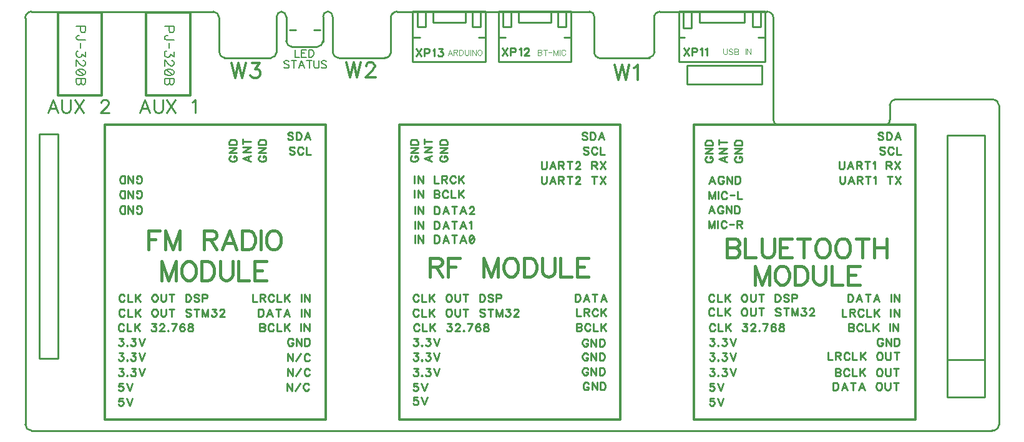
<source format=gbr>
G04 DipTrace 2.4.0.2*
%IN1_Layer_Top_Silk.gbr*%
%MOIN*%
%ADD10C,0.0098*%
%ADD15C,0.0089*%
%ADD21C,0.0118*%
%ADD39C,0.0154*%
%ADD84C,0.0046*%
%ADD85C,0.0108*%
%ADD86C,0.0124*%
%ADD87C,0.0062*%
%ADD88C,0.0093*%
%ADD89C,0.0077*%
%FSLAX44Y44*%
G04*
G70*
G90*
G75*
G01*
%LNTopSilk*%
%LPD*%
X5894Y19976D2*
D10*
X4894D1*
X5894Y7976D2*
Y19976D1*
Y7976D2*
X4894D1*
Y8732D1*
Y19976D1*
X43496Y22650D2*
Y23650D1*
X39496Y22650D2*
X43496D1*
X39496Y23650D2*
X43496D1*
X39496Y22650D2*
Y23650D1*
X55370Y19937D2*
X53370D1*
X55370Y7937D2*
X53370D1*
Y19937D1*
X55370Y7937D2*
Y19937D1*
X53370Y7937D2*
X55370D1*
X53370Y5937D2*
Y7937D1*
X55370Y5937D2*
Y7937D1*
X53370Y5937D2*
X55370D1*
X5866Y26496D2*
D21*
X8228D1*
Y22047D1*
X5866D1*
Y26496D1*
X10591D2*
X12953D1*
Y22047D1*
X10591D1*
Y26496D1*
X28712Y25148D2*
D10*
X28336D1*
X25899Y26545D2*
X27649D1*
Y25960D1*
X25899D1*
Y26545D1*
X25087D2*
X25524D1*
Y25710D1*
X25087D1*
Y26545D1*
X28024D2*
X28461D1*
Y25710D1*
X28024D1*
Y26545D1*
X24832Y23868D2*
Y26526D1*
Y26545D2*
X28710D1*
X24832Y23848D2*
X28710D1*
Y26526D1*
X25227Y25148D2*
X24852D1*
X33279Y25158D2*
X32903D1*
X30466Y26555D2*
X32216D1*
Y25970D1*
X30466D1*
Y26555D1*
X29653D2*
X30091D1*
Y25720D1*
X29653D1*
Y26555D1*
X32591D2*
X33028D1*
Y25720D1*
X32591D1*
Y26555D1*
X29399Y23878D2*
Y26535D1*
Y26555D2*
X33277D1*
X29399Y23858D2*
X33277D1*
Y26535D1*
X29794Y25158D2*
X29419D1*
X43663Y25154D2*
X43288D1*
X40163Y26532D2*
X42538D1*
Y25967D1*
X40163D1*
Y26532D1*
X39288D2*
X39725D1*
Y25655D1*
X39288D1*
Y26532D1*
X42976D2*
X43413D1*
Y25717D1*
X42976D1*
Y26532D1*
X39038Y25154D2*
X39035Y26532D1*
Y26552D2*
X43642D1*
X39038Y25154D2*
X39351D1*
X39038Y23842D2*
X43663D1*
X39038D2*
Y25154D1*
X43662Y23855D2*
Y26552D1*
X8366Y20472D2*
D21*
X20177D1*
Y4724D1*
X8366D1*
Y20472D1*
X24114D2*
X35925D1*
Y4724D1*
X24114D1*
Y20472D1*
X39862D2*
X51673D1*
Y4724D1*
X39862D1*
Y20472D1*
X4449Y26535D2*
D10*
X14213D1*
X14488Y26220D2*
Y24370D1*
X14173Y26535D2*
G02X14488Y26220I-20J-335D01*
G01*
Y24370D2*
G03X14803Y24055I335J20D01*
G01*
X14764D2*
X17244D1*
G03X17559Y24370I-20J335D01*
G01*
Y26260D1*
G02X17835Y26535I269J7D01*
G01*
X18386Y24646D2*
X19724D1*
X20315Y26535D2*
G02X20551Y26260I-20J-256D01*
G01*
Y24370D1*
G03X20866Y24055I335J20D01*
G01*
X23346D1*
X23307D2*
G03X23661Y24370I20J335D01*
G01*
Y24331D2*
Y26142D1*
Y26181D2*
G02X23976Y26535I335J20D01*
G01*
X34331D1*
X34528Y24429D2*
G03X34843Y24035I338J-52D01*
G01*
X34803Y24055D2*
X37480D1*
X37441Y24075D2*
G03X37756Y24390I-20J335D01*
G01*
X38031Y26535D2*
X43740D1*
G02X44094Y26220I20J-335D01*
G01*
Y26260D2*
Y20748D1*
G03X44331Y20472I256J-20D01*
G01*
X50000D2*
G03X50315Y20748I41J271D01*
G01*
Y21535D1*
G02X50630Y21850I335J-20D01*
G01*
X55827D1*
G02X56142Y21535I-20J-335D01*
G01*
Y4449D1*
G02X55787Y4134I-335J20D01*
G01*
X4449D1*
G02X4134Y4449I20J335D01*
G01*
Y26181D1*
G02X4449Y26535I335J20D01*
G01*
X17795D2*
G02X18071Y26260I7J-269D01*
G01*
X20039D2*
G02X20276Y26535I273J5D01*
G01*
X19724Y24646D2*
G03X20039Y24961I-20J335D01*
G01*
X18071D2*
G03X18386Y24646I335J20D01*
G01*
X18071Y26260D2*
Y24921D1*
X20039Y26260D2*
Y24921D1*
X37717Y26181D2*
G02X38031Y26535I335J20D01*
G01*
X37717Y24331D2*
Y26181D1*
X34291Y26535D2*
G02X34528Y26260I-20J-256D01*
G01*
Y24449D2*
Y26260D1*
X39306Y24586D2*
D15*
X39574Y24184D1*
Y24586D2*
X39306Y24184D1*
X39749Y24375D2*
X39921D1*
X39978Y24394D1*
X39998Y24414D1*
X40017Y24452D1*
Y24509D1*
X39998Y24547D1*
X39978Y24567D1*
X39921Y24586D1*
X39749D1*
Y24184D1*
X40192Y24509D2*
X40230Y24528D1*
X40288Y24585D1*
Y24184D1*
X40463Y24509D2*
X40501Y24528D1*
X40559Y24585D1*
Y24184D1*
X41427Y24543D2*
D84*
Y24327D1*
X41442Y24284D1*
X41470Y24256D1*
X41514Y24241D1*
X41542D1*
X41585Y24256D1*
X41614Y24284D1*
X41628Y24327D1*
Y24543D1*
X41922Y24500D2*
X41893Y24528D1*
X41850Y24543D1*
X41793D1*
X41750Y24528D1*
X41721Y24500D1*
Y24471D1*
X41736Y24442D1*
X41750Y24428D1*
X41778Y24414D1*
X41865Y24385D1*
X41893Y24371D1*
X41908Y24356D1*
X41922Y24327D1*
Y24284D1*
X41893Y24256D1*
X41850Y24241D1*
X41793D1*
X41750Y24256D1*
X41721Y24284D1*
X42015Y24543D2*
Y24241D1*
X42144D1*
X42187Y24256D1*
X42201Y24270D1*
X42215Y24299D1*
Y24342D1*
X42201Y24371D1*
X42187Y24385D1*
X42144Y24399D1*
X42187Y24414D1*
X42201Y24428D1*
X42215Y24456D1*
Y24485D1*
X42201Y24514D1*
X42187Y24528D1*
X42144Y24543D1*
X42015D1*
Y24399D2*
X42144D1*
X42600Y24543D2*
Y24241D1*
X42893Y24543D2*
Y24241D1*
X42692Y24543D1*
Y24241D1*
X25015Y24546D2*
D15*
X25283Y24144D1*
Y24546D2*
X25015Y24144D1*
X25457Y24336D2*
X25630D1*
X25687Y24355D1*
X25706Y24374D1*
X25725Y24412D1*
Y24470D1*
X25706Y24508D1*
X25687Y24527D1*
X25630Y24546D1*
X25457D1*
Y24144D1*
X25900Y24469D2*
X25939Y24489D1*
X25996Y24546D1*
Y24144D1*
X26210Y24546D2*
X26420D1*
X26305Y24393D1*
X26363D1*
X26401Y24374D1*
X26420Y24355D1*
X26439Y24297D1*
Y24259D1*
X26420Y24202D1*
X26382Y24163D1*
X26324Y24144D1*
X26267D1*
X26210Y24163D1*
X26191Y24183D1*
X26171Y24221D1*
X24937Y15321D2*
Y14919D1*
X25380Y15321D2*
Y14919D1*
X25112Y15321D1*
Y14919D1*
X25995Y15321D2*
Y14919D1*
X26129D1*
X26187Y14939D1*
X26225Y14977D1*
X26244Y15015D1*
X26263Y15072D1*
Y15168D1*
X26244Y15226D1*
X26225Y15264D1*
X26187Y15302D1*
X26129Y15321D1*
X25995D1*
X26745Y14919D2*
X26591Y15321D1*
X26438Y14919D1*
X26496Y15053D2*
X26687D1*
X27054Y15321D2*
Y14919D1*
X26920Y15321D2*
X27188D1*
X27669Y14919D2*
X27515Y15321D1*
X27363Y14919D1*
X27420Y15053D2*
X27611D1*
X27844Y15244D2*
X27882Y15264D1*
X27940Y15321D1*
Y14919D1*
X11323Y14825D2*
D39*
X10700D1*
Y13820D1*
Y14347D2*
X11083D1*
X12396Y13820D2*
Y14825D1*
X12014Y13820D1*
X11631Y14825D1*
Y13820D1*
X13677Y14347D2*
X14107D1*
X14251Y14395D1*
X14299Y14443D1*
X14347Y14538D1*
Y14634D1*
X14299Y14729D1*
X14251Y14778D1*
X14107Y14825D1*
X13677D1*
Y13820D1*
X14012Y14347D2*
X14347Y13820D1*
X15422D2*
X15038Y14825D1*
X14656Y13820D1*
X14799Y14155D2*
X15278D1*
X15731Y14825D2*
Y13820D1*
X16065D1*
X16209Y13869D1*
X16305Y13964D1*
X16353Y14060D1*
X16400Y14203D1*
Y14443D1*
X16353Y14586D1*
X16305Y14682D1*
X16209Y14778D1*
X16065Y14825D1*
X15731D1*
X16709D2*
Y13820D1*
X17305Y14825D2*
X17209Y14778D1*
X17114Y14682D1*
X17065Y14586D1*
X17018Y14443D1*
Y14203D1*
X17065Y14060D1*
X17114Y13964D1*
X17209Y13869D1*
X17305Y13820D1*
X17497D1*
X17592Y13869D1*
X17688Y13964D1*
X17735Y14060D1*
X17783Y14203D1*
Y14443D1*
X17735Y14586D1*
X17688Y14682D1*
X17592Y14778D1*
X17497Y14825D1*
X17305D1*
X12174Y12167D2*
Y13172D1*
X11791Y12167D1*
X11409Y13172D1*
Y12167D1*
X12770Y13172D2*
X12674Y13124D1*
X12579Y13028D1*
X12530Y12933D1*
X12483Y12789D1*
Y12549D1*
X12530Y12407D1*
X12579Y12311D1*
X12674Y12216D1*
X12770Y12167D1*
X12961D1*
X13056Y12216D1*
X13152Y12311D1*
X13200Y12407D1*
X13247Y12549D1*
Y12789D1*
X13200Y12933D1*
X13152Y13028D1*
X13056Y13124D1*
X12961Y13172D1*
X12770D1*
X13556D2*
Y12167D1*
X13891D1*
X14035Y12216D1*
X14131Y12311D1*
X14179Y12407D1*
X14226Y12549D1*
Y12789D1*
X14179Y12933D1*
X14131Y13028D1*
X14035Y13124D1*
X13891Y13172D1*
X13556D1*
X14535D2*
Y12454D1*
X14582Y12311D1*
X14679Y12216D1*
X14822Y12167D1*
X14917D1*
X15061Y12216D1*
X15157Y12311D1*
X15205Y12454D1*
Y13172D1*
X15514D2*
Y12167D1*
X16087D1*
X17017Y13172D2*
X16396D1*
Y12167D1*
X17017D1*
X16396Y12693D2*
X16779D1*
X25740Y12890D2*
X26170D1*
X26313Y12939D1*
X26362Y12986D1*
X26409Y13081D1*
Y13177D1*
X26362Y13272D1*
X26313Y13321D1*
X26170Y13369D1*
X25740D1*
Y12364D1*
X26074Y12890D2*
X26409Y12364D1*
X27341Y13369D2*
X26718D1*
Y12364D1*
Y12890D2*
X27101D1*
X29386Y12364D2*
Y13369D1*
X29004Y12364D1*
X28621Y13369D1*
Y12364D1*
X29982Y13369D2*
X29886Y13321D1*
X29791Y13225D1*
X29743Y13130D1*
X29695Y12986D1*
Y12746D1*
X29743Y12604D1*
X29791Y12507D1*
X29886Y12412D1*
X29982Y12364D1*
X30174D1*
X30269Y12412D1*
X30365Y12507D1*
X30412Y12604D1*
X30460Y12746D1*
Y12986D1*
X30412Y13130D1*
X30365Y13225D1*
X30269Y13321D1*
X30174Y13369D1*
X29982D1*
X30769D2*
Y12364D1*
X31104D1*
X31247Y12412D1*
X31344Y12507D1*
X31391Y12604D1*
X31439Y12746D1*
Y12986D1*
X31391Y13130D1*
X31344Y13225D1*
X31247Y13321D1*
X31104Y13369D1*
X30769D1*
X31747D2*
Y12651D1*
X31795Y12507D1*
X31891Y12412D1*
X32035Y12364D1*
X32130D1*
X32274Y12412D1*
X32370Y12507D1*
X32417Y12651D1*
Y13369D1*
X32726D2*
Y12364D1*
X33300D1*
X34230Y13369D2*
X33609D1*
Y12364D1*
X34230D1*
X33609Y12890D2*
X33991D1*
X41606Y14392D2*
Y13387D1*
X42037D1*
X42180Y13436D1*
X42228Y13484D1*
X42276Y13579D1*
Y13722D1*
X42228Y13818D1*
X42180Y13866D1*
X42037Y13914D1*
X42180Y13962D1*
X42228Y14010D1*
X42276Y14105D1*
Y14201D1*
X42228Y14296D1*
X42180Y14345D1*
X42037Y14392D1*
X41606D1*
Y13914D2*
X42037D1*
X42584Y14392D2*
Y13387D1*
X43158D1*
X43467Y14392D2*
Y13675D1*
X43514Y13531D1*
X43611Y13436D1*
X43754Y13387D1*
X43849D1*
X43993Y13436D1*
X44089Y13531D1*
X44137Y13675D1*
Y14392D1*
X45067D2*
X44445D1*
Y13387D1*
X45067D1*
X44445Y13914D2*
X44828D1*
X45710Y14392D2*
Y13387D1*
X45375Y14392D2*
X46045D1*
X46642D2*
X46545Y14345D1*
X46450Y14248D1*
X46402Y14153D1*
X46354Y14010D1*
Y13770D1*
X46402Y13627D1*
X46450Y13531D1*
X46545Y13436D1*
X46642Y13387D1*
X46833D1*
X46928Y13436D1*
X47024Y13531D1*
X47072Y13627D1*
X47119Y13770D1*
Y14010D1*
X47072Y14153D1*
X47024Y14248D1*
X46928Y14345D1*
X46833Y14392D1*
X46642D1*
X47715D2*
X47619Y14345D1*
X47524Y14248D1*
X47475Y14153D1*
X47428Y14010D1*
Y13770D1*
X47475Y13627D1*
X47524Y13531D1*
X47619Y13436D1*
X47715Y13387D1*
X47906D1*
X48002Y13436D1*
X48098Y13531D1*
X48145Y13627D1*
X48193Y13770D1*
Y14010D1*
X48145Y14153D1*
X48098Y14248D1*
X48002Y14345D1*
X47906Y14392D1*
X47715D1*
X48837D2*
Y13387D1*
X48502Y14392D2*
X49171D1*
X49480D2*
Y13387D1*
X50150Y14392D2*
Y13387D1*
X49480Y13914D2*
X50150D1*
X43867Y11931D2*
Y12935D1*
X43484Y11931D1*
X43102Y12935D1*
Y11931D1*
X44463Y12935D2*
X44367Y12888D1*
X44272Y12792D1*
X44223Y12697D1*
X44175Y12553D1*
Y12313D1*
X44223Y12171D1*
X44272Y12074D1*
X44367Y11979D1*
X44463Y11931D1*
X44654D1*
X44749Y11979D1*
X44845Y12074D1*
X44893Y12171D1*
X44940Y12313D1*
Y12553D1*
X44893Y12697D1*
X44845Y12792D1*
X44749Y12888D1*
X44654Y12935D1*
X44463D1*
X45249D2*
Y11931D1*
X45584D1*
X45728Y11979D1*
X45824Y12074D1*
X45872Y12171D1*
X45919Y12313D1*
Y12553D1*
X45872Y12697D1*
X45824Y12792D1*
X45728Y12888D1*
X45584Y12935D1*
X45249D1*
X46228D2*
Y12218D1*
X46275Y12074D1*
X46372Y11979D1*
X46515Y11931D1*
X46610D1*
X46754Y11979D1*
X46850Y12074D1*
X46898Y12218D1*
Y12935D1*
X47206D2*
Y11931D1*
X47780D1*
X48710Y12935D2*
X48089D1*
Y11931D1*
X48710D1*
X48089Y12457D2*
X48471D1*
X48082Y11422D2*
D15*
Y11020D1*
X48216D1*
X48274Y11040D1*
X48312Y11078D1*
X48331Y11116D1*
X48350Y11173D1*
Y11269D1*
X48331Y11326D1*
X48312Y11364D1*
X48274Y11403D1*
X48216Y11422D1*
X48082D1*
X48832Y11020D2*
X48678Y11422D1*
X48525Y11020D1*
X48583Y11154D2*
X48774D1*
X49141Y11422D2*
Y11020D1*
X49007Y11422D2*
X49275D1*
X49756Y11020D2*
X49603Y11422D1*
X49450Y11020D1*
X49507Y11154D2*
X49698D1*
X50371Y11422D2*
Y11020D1*
X50814Y11422D2*
Y11020D1*
X50546Y11422D1*
Y11020D1*
X47767Y10635D2*
Y10233D1*
X47997D1*
X48172Y10443D2*
X48344D1*
X48401Y10463D1*
X48421Y10482D1*
X48440Y10520D1*
Y10558D1*
X48421Y10596D1*
X48401Y10616D1*
X48344Y10635D1*
X48172D1*
Y10233D1*
X48306Y10443D2*
X48440Y10233D1*
X48902Y10539D2*
X48883Y10577D1*
X48844Y10616D1*
X48806Y10635D1*
X48730D1*
X48691Y10616D1*
X48653Y10577D1*
X48634Y10539D1*
X48615Y10482D1*
Y10386D1*
X48634Y10329D1*
X48653Y10290D1*
X48691Y10252D1*
X48730Y10233D1*
X48806D1*
X48844Y10252D1*
X48883Y10290D1*
X48902Y10329D1*
X49077Y10635D2*
Y10233D1*
X49306D1*
X49481Y10635D2*
Y10233D1*
X49749Y10635D2*
X49481Y10367D1*
X49577Y10463D2*
X49749Y10233D1*
X50364Y10635D2*
Y10233D1*
X50807Y10635D2*
Y10233D1*
X50539Y10635D1*
Y10233D1*
X48122Y9847D2*
Y9445D1*
X48294D1*
X48352Y9465D1*
X48371Y9484D1*
X48390Y9522D1*
Y9579D1*
X48371Y9618D1*
X48352Y9637D1*
X48294Y9656D1*
X48352Y9675D1*
X48371Y9694D1*
X48390Y9732D1*
Y9771D1*
X48371Y9809D1*
X48352Y9828D1*
X48294Y9847D1*
X48122D1*
Y9656D2*
X48294D1*
X48852Y9752D2*
X48833Y9790D1*
X48794Y9828D1*
X48756Y9847D1*
X48680D1*
X48641Y9828D1*
X48603Y9790D1*
X48584Y9752D1*
X48565Y9694D1*
Y9598D1*
X48584Y9541D1*
X48603Y9503D1*
X48641Y9465D1*
X48680Y9445D1*
X48756D1*
X48794Y9465D1*
X48833Y9503D1*
X48852Y9541D1*
X49027Y9847D2*
Y9445D1*
X49256D1*
X49431Y9847D2*
Y9445D1*
X49699Y9847D2*
X49431Y9579D1*
X49527Y9675D2*
X49699Y9445D1*
X50314Y9847D2*
Y9445D1*
X50757Y9847D2*
Y9445D1*
X50489Y9847D1*
Y9445D1*
X40910Y6658D2*
X40719D1*
X40700Y6486D1*
X40719Y6505D1*
X40777Y6524D1*
X40834D1*
X40891Y6505D1*
X40930Y6467D1*
X40949Y6409D1*
Y6371D1*
X40930Y6314D1*
X40891Y6275D1*
X40834Y6256D1*
X40777D1*
X40719Y6275D1*
X40700Y6295D1*
X40681Y6333D1*
X41124Y6658D2*
X41277Y6256D1*
X41430Y6658D1*
X40719Y7445D2*
X40929D1*
X40815Y7292D1*
X40872D1*
X40910Y7273D1*
X40929Y7254D1*
X40949Y7197D1*
Y7159D1*
X40929Y7101D1*
X40891Y7063D1*
X40834Y7044D1*
X40776D1*
X40719Y7063D1*
X40700Y7082D1*
X40681Y7120D1*
X41143Y7082D2*
X41124Y7063D1*
X41143Y7044D1*
X41162Y7063D1*
X41143Y7082D1*
X41376Y7445D2*
X41586D1*
X41471Y7292D1*
X41529D1*
X41567Y7273D1*
X41586Y7254D1*
X41605Y7197D1*
Y7159D1*
X41586Y7101D1*
X41548Y7063D1*
X41490Y7044D1*
X41433D1*
X41376Y7063D1*
X41357Y7082D1*
X41337Y7120D1*
X41780Y7446D2*
X41933Y7044D1*
X42086Y7446D1*
X40719Y8272D2*
X40929D1*
X40815Y8119D1*
X40872D1*
X40910Y8100D1*
X40929Y8081D1*
X40949Y8023D1*
Y7985D1*
X40929Y7928D1*
X40891Y7889D1*
X40834Y7870D1*
X40776D1*
X40719Y7889D1*
X40700Y7909D1*
X40681Y7947D1*
X41143Y7909D2*
X41124Y7889D1*
X41143Y7870D1*
X41162Y7889D1*
X41143Y7909D1*
X41376Y8272D2*
X41586D1*
X41471Y8119D1*
X41529D1*
X41567Y8100D1*
X41586Y8081D1*
X41605Y8023D1*
Y7985D1*
X41586Y7928D1*
X41548Y7889D1*
X41490Y7870D1*
X41433D1*
X41376Y7889D1*
X41357Y7909D1*
X41337Y7947D1*
X41780Y8272D2*
X41933Y7870D1*
X42086Y8272D1*
X40719Y9059D2*
X40929D1*
X40815Y8906D1*
X40872D1*
X40910Y8887D1*
X40929Y8868D1*
X40949Y8811D1*
Y8773D1*
X40929Y8715D1*
X40891Y8677D1*
X40834Y8658D1*
X40776D1*
X40719Y8677D1*
X40700Y8696D1*
X40681Y8734D1*
X41143Y8696D2*
X41124Y8677D1*
X41143Y8658D1*
X41162Y8677D1*
X41143Y8696D1*
X41376Y9059D2*
X41586D1*
X41471Y8906D1*
X41529D1*
X41567Y8887D1*
X41586Y8868D1*
X41605Y8811D1*
Y8773D1*
X41586Y8715D1*
X41548Y8677D1*
X41490Y8658D1*
X41433D1*
X41376Y8677D1*
X41357Y8696D1*
X41337Y8734D1*
X41780Y9060D2*
X41933Y8658D1*
X42086Y9060D1*
X47610Y18509D2*
Y18222D1*
X47629Y18164D1*
X47667Y18126D1*
X47725Y18107D1*
X47763D1*
X47820Y18126D1*
X47859Y18164D1*
X47878Y18222D1*
Y18509D1*
X48359Y18107D2*
X48206Y18509D1*
X48053Y18107D1*
X48110Y18241D2*
X48302D1*
X48534Y18317D2*
X48706D1*
X48764Y18337D1*
X48783Y18356D1*
X48802Y18394D1*
Y18432D1*
X48783Y18470D1*
X48764Y18490D1*
X48706Y18509D1*
X48534D1*
Y18107D1*
X48668Y18317D2*
X48802Y18107D1*
X49111Y18509D2*
Y18107D1*
X48977Y18509D2*
X49245D1*
X49420Y18432D2*
X49459Y18451D1*
X49516Y18508D1*
Y18107D1*
X50131Y18317D2*
X50303D1*
X50361Y18337D1*
X50380Y18356D1*
X50399Y18394D1*
Y18432D1*
X50380Y18470D1*
X50361Y18490D1*
X50303Y18509D1*
X50131D1*
Y18107D1*
X50265Y18317D2*
X50399Y18107D1*
X50574Y18509D2*
X50842Y18107D1*
Y18509D2*
X50574Y18107D1*
X47649Y17721D2*
Y17434D1*
X47668Y17377D1*
X47707Y17339D1*
X47764Y17319D1*
X47802D1*
X47860Y17339D1*
X47898Y17377D1*
X47917Y17434D1*
Y17721D1*
X48399Y17319D2*
X48245Y17721D1*
X48092Y17319D1*
X48150Y17453D2*
X48341D1*
X48574Y17530D2*
X48746D1*
X48803Y17549D1*
X48822Y17568D1*
X48842Y17606D1*
Y17645D1*
X48822Y17683D1*
X48803Y17702D1*
X48746Y17721D1*
X48574D1*
Y17319D1*
X48708Y17530D2*
X48842Y17319D1*
X49150Y17721D2*
Y17319D1*
X49016Y17721D2*
X49284D1*
X49459Y17644D2*
X49498Y17664D1*
X49555Y17721D1*
Y17319D1*
X50305Y17721D2*
Y17319D1*
X50171Y17721D2*
X50439D1*
X50614D2*
X50881Y17319D1*
Y17721D2*
X50614Y17319D1*
X49964Y20026D2*
X49926Y20064D1*
X49869Y20083D1*
X49792D1*
X49735Y20064D1*
X49696Y20026D1*
Y19988D1*
X49716Y19949D1*
X49735Y19930D1*
X49773Y19911D1*
X49888Y19873D1*
X49926Y19854D1*
X49945Y19834D1*
X49964Y19796D1*
Y19739D1*
X49926Y19701D1*
X49869Y19681D1*
X49792D1*
X49735Y19701D1*
X49696Y19739D1*
X50139Y20083D2*
Y19681D1*
X50273D1*
X50331Y19701D1*
X50369Y19739D1*
X50388Y19777D1*
X50407Y19834D1*
Y19930D1*
X50388Y19988D1*
X50369Y20026D1*
X50331Y20064D1*
X50273Y20083D1*
X50139D1*
X50889Y19681D2*
X50735Y20083D1*
X50582Y19681D1*
X50640Y19815D2*
X50831D1*
X50043Y19239D2*
X50005Y19277D1*
X49948Y19296D1*
X49871D1*
X49814Y19277D1*
X49775Y19239D1*
Y19200D1*
X49795Y19162D1*
X49814Y19143D1*
X49852Y19124D1*
X49967Y19086D1*
X50005Y19067D1*
X50024Y19047D1*
X50043Y19009D1*
Y18952D1*
X50005Y18914D1*
X49948Y18894D1*
X49871D1*
X49814Y18914D1*
X49775Y18952D1*
X50505Y19200D2*
X50486Y19239D1*
X50448Y19277D1*
X50410Y19296D1*
X50333D1*
X50295Y19277D1*
X50257Y19239D1*
X50237Y19200D1*
X50218Y19143D1*
Y19047D1*
X50237Y18990D1*
X50257Y18952D1*
X50295Y18914D1*
X50333Y18894D1*
X50410D1*
X50448Y18914D1*
X50486Y18952D1*
X50505Y18990D1*
X50680Y19296D2*
Y18894D1*
X50910D1*
X40970Y16509D2*
Y16911D1*
X40817Y16509D1*
X40664Y16911D1*
Y16509D1*
X41145Y16911D2*
Y16509D1*
X41607Y16815D2*
X41588Y16853D1*
X41550Y16892D1*
X41512Y16911D1*
X41435D1*
X41397Y16892D1*
X41359Y16853D1*
X41339Y16815D1*
X41320Y16758D1*
Y16662D1*
X41339Y16605D1*
X41359Y16566D1*
X41397Y16528D1*
X41435Y16509D1*
X41512D1*
X41550Y16528D1*
X41588Y16566D1*
X41607Y16605D1*
X41782Y16710D2*
X42003D1*
X42178Y16911D2*
Y16509D1*
X42408D1*
X40950Y14954D2*
Y15356D1*
X40797Y14954D1*
X40644Y15356D1*
Y14954D1*
X41125Y15356D2*
Y14954D1*
X41587Y15261D2*
X41568Y15299D1*
X41530Y15337D1*
X41491Y15356D1*
X41415D1*
X41377Y15337D1*
X41338Y15299D1*
X41319Y15261D1*
X41300Y15203D1*
Y15107D1*
X41319Y15050D1*
X41338Y15012D1*
X41377Y14974D1*
X41415Y14954D1*
X41491D1*
X41530Y14974D1*
X41568Y15012D1*
X41587Y15050D1*
X41762Y15155D2*
X41983D1*
X42158Y15165D2*
X42330D1*
X42388Y15184D1*
X42407Y15203D1*
X42426Y15241D1*
Y15280D1*
X42407Y15318D1*
X42388Y15337D1*
X42330Y15356D1*
X42158D1*
Y14954D1*
X42292Y15165D2*
X42426Y14954D1*
X40951Y15742D2*
X40797Y16144D1*
X40644Y15742D1*
X40702Y15876D2*
X40893D1*
X41412Y16048D2*
X41393Y16086D1*
X41355Y16125D1*
X41317Y16144D1*
X41240D1*
X41202Y16125D1*
X41164Y16086D1*
X41145Y16048D1*
X41125Y15991D1*
Y15895D1*
X41145Y15838D1*
X41164Y15799D1*
X41202Y15761D1*
X41240Y15742D1*
X41317D1*
X41355Y15761D1*
X41393Y15799D1*
X41412Y15838D1*
Y15895D1*
X41317D1*
X41855Y16144D2*
Y15742D1*
X41587Y16144D1*
Y15742D1*
X42030Y16144D2*
Y15742D1*
X42164D1*
X42222Y15761D1*
X42260Y15799D1*
X42279Y15838D1*
X42298Y15895D1*
Y15991D1*
X42279Y16048D1*
X42260Y16086D1*
X42222Y16125D1*
X42164Y16144D1*
X42030D1*
X40971Y17336D2*
X40817Y17738D1*
X40664Y17336D1*
X40722Y17470D2*
X40913D1*
X41433Y17642D2*
X41414Y17680D1*
X41375Y17719D1*
X41337Y17738D1*
X41261D1*
X41222Y17719D1*
X41184Y17680D1*
X41165Y17642D1*
X41146Y17585D1*
Y17489D1*
X41165Y17432D1*
X41184Y17393D1*
X41222Y17355D1*
X41261Y17336D1*
X41337D1*
X41375Y17355D1*
X41414Y17393D1*
X41433Y17432D1*
Y17489D1*
X41337D1*
X41876Y17738D2*
Y17336D1*
X41608Y17738D1*
Y17336D1*
X42050Y17738D2*
Y17336D1*
X42184D1*
X42242Y17355D1*
X42280Y17393D1*
X42299Y17432D1*
X42318Y17489D1*
Y17585D1*
X42299Y17642D1*
X42280Y17680D1*
X42242Y17719D1*
X42184Y17738D1*
X42050D1*
X49933Y8976D2*
X49914Y9014D1*
X49875Y9052D1*
X49837Y9071D1*
X49761D1*
X49722Y9052D1*
X49684Y9014D1*
X49665Y8976D1*
X49646Y8918D1*
Y8822D1*
X49665Y8765D1*
X49684Y8727D1*
X49722Y8689D1*
X49761Y8669D1*
X49837D1*
X49875Y8689D1*
X49914Y8727D1*
X49933Y8765D1*
Y8822D1*
X49837D1*
X50376Y9071D2*
Y8669D1*
X50108Y9071D1*
Y8669D1*
X50551Y9071D2*
Y8669D1*
X50685D1*
X50742Y8689D1*
X50781Y8727D1*
X50800Y8765D1*
X50819Y8822D1*
Y8918D1*
X50800Y8976D1*
X50781Y9014D1*
X50742Y9052D1*
X50685Y9071D1*
X50551D1*
X25083Y6658D2*
X24892D1*
X24873Y6486D1*
X24892Y6505D1*
X24950Y6524D1*
X25007D1*
X25064Y6505D1*
X25103Y6467D1*
X25122Y6409D1*
Y6371D1*
X25103Y6314D1*
X25064Y6275D1*
X25007Y6256D1*
X24950D1*
X24892Y6275D1*
X24873Y6295D1*
X24854Y6333D1*
X25297Y6658D2*
X25450Y6256D1*
X25603Y6658D1*
X24892Y7445D2*
X25102D1*
X24988Y7292D1*
X25045D1*
X25083Y7273D1*
X25102Y7254D1*
X25122Y7197D1*
Y7159D1*
X25102Y7101D1*
X25064Y7063D1*
X25007Y7044D1*
X24949D1*
X24892Y7063D1*
X24873Y7082D1*
X24854Y7120D1*
X25316Y7082D2*
X25297Y7063D1*
X25316Y7044D1*
X25335Y7063D1*
X25316Y7082D1*
X25549Y7445D2*
X25759D1*
X25644Y7292D1*
X25702D1*
X25740Y7273D1*
X25759Y7254D1*
X25778Y7197D1*
Y7159D1*
X25759Y7101D1*
X25721Y7063D1*
X25663Y7044D1*
X25606D1*
X25549Y7063D1*
X25530Y7082D1*
X25510Y7120D1*
X25953Y7446D2*
X26106Y7044D1*
X26259Y7446D1*
X24892Y8272D2*
X25102D1*
X24988Y8119D1*
X25045D1*
X25083Y8100D1*
X25102Y8081D1*
X25122Y8023D1*
Y7985D1*
X25102Y7928D1*
X25064Y7889D1*
X25007Y7870D1*
X24949D1*
X24892Y7889D1*
X24873Y7909D1*
X24854Y7947D1*
X25316Y7909D2*
X25297Y7889D1*
X25316Y7870D1*
X25335Y7889D1*
X25316Y7909D1*
X25549Y8272D2*
X25759D1*
X25644Y8119D1*
X25702D1*
X25740Y8100D1*
X25759Y8081D1*
X25778Y8023D1*
Y7985D1*
X25759Y7928D1*
X25721Y7889D1*
X25663Y7870D1*
X25606D1*
X25549Y7889D1*
X25530Y7909D1*
X25510Y7947D1*
X25953Y8272D2*
X26106Y7870D1*
X26259Y8272D1*
X24892Y9059D2*
X25102D1*
X24988Y8906D1*
X25045D1*
X25083Y8887D1*
X25102Y8868D1*
X25122Y8811D1*
Y8773D1*
X25102Y8715D1*
X25064Y8677D1*
X25007Y8658D1*
X24949D1*
X24892Y8677D1*
X24873Y8696D1*
X24854Y8734D1*
X25316Y8696D2*
X25297Y8677D1*
X25316Y8658D1*
X25335Y8677D1*
X25316Y8696D1*
X25549Y9059D2*
X25759D1*
X25644Y8906D1*
X25702D1*
X25740Y8887D1*
X25759Y8868D1*
X25778Y8811D1*
Y8773D1*
X25759Y8715D1*
X25721Y8677D1*
X25663Y8658D1*
X25606D1*
X25549Y8677D1*
X25530Y8696D1*
X25510Y8734D1*
X25953Y9060D2*
X26106Y8658D1*
X26259Y9060D1*
X25852Y18832D2*
X25450Y18678D1*
X25852Y18525D1*
X25718Y18583D2*
Y18774D1*
X25450Y19275D2*
X25852D1*
X25450Y19007D1*
X25852D1*
X25450Y19584D2*
X25852D1*
X25450Y19450D2*
Y19718D1*
X24797Y18812D2*
X24759Y18793D1*
X24721Y18755D1*
X24702Y18717D1*
Y18640D1*
X24721Y18602D1*
X24759Y18564D1*
X24797Y18544D1*
X24855Y18525D1*
X24951D1*
X25008Y18544D1*
X25046Y18564D1*
X25084Y18602D1*
X25104Y18640D1*
Y18717D1*
X25084Y18755D1*
X25046Y18793D1*
X25008Y18812D1*
X24951D1*
Y18717D1*
X24702Y19255D2*
X25104D1*
X24702Y18987D1*
X25104D1*
X24702Y19430D2*
X25104D1*
Y19564D1*
X25084Y19622D1*
X25046Y19660D1*
X25008Y19679D1*
X24951Y19698D1*
X24855D1*
X24797Y19679D1*
X24759Y19660D1*
X24721Y19622D1*
X24702Y19564D1*
Y19430D1*
X26372Y18812D2*
X26334Y18793D1*
X26296Y18755D1*
X26277Y18717D1*
Y18640D1*
X26296Y18602D1*
X26334Y18564D1*
X26372Y18544D1*
X26430Y18525D1*
X26526D1*
X26583Y18544D1*
X26621Y18564D1*
X26659Y18602D1*
X26679Y18640D1*
Y18717D1*
X26659Y18755D1*
X26621Y18793D1*
X26583Y18812D1*
X26526D1*
Y18717D1*
X26277Y19255D2*
X26679D1*
X26277Y18987D1*
X26679D1*
X26277Y19430D2*
X26679D1*
Y19564D1*
X26659Y19622D1*
X26621Y19660D1*
X26583Y19679D1*
X26526Y19698D1*
X26430D1*
X26372Y19679D1*
X26334Y19660D1*
X26296Y19622D1*
X26277Y19564D1*
Y19430D1*
X24925Y17762D2*
Y17360D1*
X25368Y17762D2*
Y17360D1*
X25100Y17762D1*
Y17360D1*
X25983Y17762D2*
Y17360D1*
X26213D1*
X26388Y17571D2*
X26560D1*
X26617Y17590D1*
X26637Y17609D1*
X26656Y17647D1*
Y17686D1*
X26637Y17724D1*
X26617Y17743D1*
X26560Y17762D1*
X26388D1*
Y17360D1*
X26522Y17571D2*
X26656Y17360D1*
X27118Y17667D2*
X27099Y17705D1*
X27060Y17743D1*
X27022Y17762D1*
X26946D1*
X26907Y17743D1*
X26869Y17705D1*
X26850Y17667D1*
X26831Y17609D1*
Y17513D1*
X26850Y17456D1*
X26869Y17418D1*
X26907Y17380D1*
X26946Y17360D1*
X27022D1*
X27060Y17380D1*
X27099Y17418D1*
X27118Y17456D1*
X27293Y17762D2*
Y17360D1*
X27561Y17762D2*
X27293Y17494D1*
X27388Y17590D2*
X27561Y17360D1*
X24925Y16975D2*
Y16573D1*
X25368Y16975D2*
Y16573D1*
X25100Y16975D1*
Y16573D1*
X25983Y16975D2*
Y16573D1*
X26156D1*
X26213Y16592D1*
X26232Y16611D1*
X26251Y16649D1*
Y16707D1*
X26232Y16745D1*
X26213Y16764D1*
X26156Y16783D1*
X26213Y16803D1*
X26232Y16822D1*
X26251Y16860D1*
Y16898D1*
X26232Y16936D1*
X26213Y16956D1*
X26156Y16975D1*
X25983D1*
Y16783D2*
X26156D1*
X26713Y16879D2*
X26694Y16917D1*
X26656Y16956D1*
X26618Y16975D1*
X26541D1*
X26503Y16956D1*
X26465Y16917D1*
X26445Y16879D1*
X26426Y16822D1*
Y16726D1*
X26445Y16669D1*
X26465Y16630D1*
X26503Y16592D1*
X26541Y16573D1*
X26618D1*
X26656Y16592D1*
X26694Y16630D1*
X26713Y16669D1*
X26888Y16975D2*
Y16573D1*
X27118D1*
X27293Y16975D2*
Y16573D1*
X27561Y16975D2*
X27293Y16707D1*
X27388Y16803D2*
X27561Y16573D1*
X24937Y14573D2*
Y14171D1*
X25380Y14573D2*
Y14171D1*
X25112Y14573D1*
Y14171D1*
X25995Y14573D2*
Y14171D1*
X26129D1*
X26187Y14191D1*
X26225Y14229D1*
X26244Y14267D1*
X26263Y14324D1*
Y14420D1*
X26244Y14478D1*
X26225Y14516D1*
X26187Y14554D1*
X26129Y14573D1*
X25995D1*
X26745Y14171D2*
X26591Y14573D1*
X26438Y14171D1*
X26496Y14305D2*
X26687D1*
X27054Y14573D2*
Y14171D1*
X26920Y14573D2*
X27188D1*
X27669Y14171D2*
X27515Y14573D1*
X27363Y14171D1*
X27420Y14305D2*
X27611D1*
X27959Y14573D2*
X27901Y14554D1*
X27863Y14496D1*
X27844Y14401D1*
Y14343D1*
X27863Y14248D1*
X27901Y14190D1*
X27959Y14171D1*
X27997D1*
X28054Y14190D1*
X28092Y14248D1*
X28112Y14343D1*
Y14401D1*
X28092Y14496D1*
X28054Y14554D1*
X27997Y14573D1*
X27959D1*
X28092Y14496D2*
X27863Y14248D1*
X9335Y6658D2*
X9144D1*
X9125Y6486D1*
X9144Y6505D1*
X9202Y6524D1*
X9259D1*
X9316Y6505D1*
X9355Y6467D1*
X9374Y6409D1*
Y6371D1*
X9355Y6314D1*
X9316Y6275D1*
X9259Y6256D1*
X9202D1*
X9144Y6275D1*
X9125Y6295D1*
X9106Y6333D1*
X9549Y6658D2*
X9702Y6256D1*
X9855Y6658D1*
X9144Y7445D2*
X9354D1*
X9240Y7292D1*
X9297D1*
X9335Y7273D1*
X9354Y7254D1*
X9374Y7197D1*
Y7159D1*
X9354Y7101D1*
X9316Y7063D1*
X9259Y7044D1*
X9201D1*
X9144Y7063D1*
X9125Y7082D1*
X9106Y7120D1*
X9568Y7082D2*
X9549Y7063D1*
X9568Y7044D1*
X9587Y7063D1*
X9568Y7082D1*
X9801Y7445D2*
X10011D1*
X9896Y7292D1*
X9954D1*
X9992Y7273D1*
X10011Y7254D1*
X10030Y7197D1*
Y7159D1*
X10011Y7101D1*
X9973Y7063D1*
X9915Y7044D1*
X9858D1*
X9801Y7063D1*
X9782Y7082D1*
X9762Y7120D1*
X10205Y7446D2*
X10358Y7044D1*
X10511Y7446D1*
X9144Y8272D2*
X9354D1*
X9240Y8119D1*
X9297D1*
X9335Y8100D1*
X9354Y8081D1*
X9374Y8023D1*
Y7985D1*
X9354Y7928D1*
X9316Y7889D1*
X9259Y7870D1*
X9201D1*
X9144Y7889D1*
X9125Y7909D1*
X9106Y7947D1*
X9568Y7909D2*
X9549Y7889D1*
X9568Y7870D1*
X9587Y7889D1*
X9568Y7909D1*
X9801Y8272D2*
X10011D1*
X9896Y8119D1*
X9954D1*
X9992Y8100D1*
X10011Y8081D1*
X10030Y8023D1*
Y7985D1*
X10011Y7928D1*
X9973Y7889D1*
X9915Y7870D1*
X9858D1*
X9801Y7889D1*
X9782Y7909D1*
X9762Y7947D1*
X10205Y8272D2*
X10358Y7870D1*
X10511Y8272D1*
X9144Y9059D2*
X9354D1*
X9240Y8906D1*
X9297D1*
X9335Y8887D1*
X9354Y8868D1*
X9374Y8811D1*
Y8773D1*
X9354Y8715D1*
X9316Y8677D1*
X9259Y8658D1*
X9201D1*
X9144Y8677D1*
X9125Y8696D1*
X9106Y8734D1*
X9568Y8696D2*
X9549Y8677D1*
X9568Y8658D1*
X9587Y8677D1*
X9568Y8696D1*
X9801Y9059D2*
X10011D1*
X9896Y8906D1*
X9954D1*
X9992Y8887D1*
X10011Y8868D1*
X10030Y8811D1*
Y8773D1*
X10011Y8715D1*
X9973Y8677D1*
X9915Y8658D1*
X9858D1*
X9801Y8677D1*
X9782Y8696D1*
X9762Y8734D1*
X10205Y9060D2*
X10358Y8658D1*
X10511Y9060D1*
X10069Y17447D2*
X10088Y17409D1*
X10126Y17370D1*
X10164Y17351D1*
X10241D1*
X10279Y17370D1*
X10317Y17409D1*
X10337Y17447D1*
X10356Y17504D1*
Y17600D1*
X10337Y17657D1*
X10317Y17696D1*
X10279Y17734D1*
X10241Y17753D1*
X10164D1*
X10126Y17734D1*
X10088Y17696D1*
X10069Y17657D1*
Y17600D1*
X10164D1*
X9626Y17351D2*
Y17753D1*
X9894Y17351D1*
Y17753D1*
X9451Y17351D2*
Y17753D1*
X9317D1*
X9260Y17734D1*
X9221Y17696D1*
X9202Y17657D1*
X9183Y17600D1*
Y17504D1*
X9202Y17447D1*
X9221Y17409D1*
X9260Y17370D1*
X9317Y17351D1*
X9451D1*
X10069Y16659D2*
X10088Y16621D1*
X10126Y16583D1*
X10164Y16564D1*
X10241D1*
X10279Y16583D1*
X10317Y16621D1*
X10337Y16659D1*
X10356Y16717D1*
Y16813D1*
X10337Y16870D1*
X10317Y16908D1*
X10279Y16946D1*
X10241Y16966D1*
X10164D1*
X10126Y16946D1*
X10088Y16908D1*
X10069Y16870D1*
Y16813D1*
X10164D1*
X9626Y16564D2*
Y16966D1*
X9894Y16564D1*
Y16966D1*
X9451Y16564D2*
Y16966D1*
X9317D1*
X9260Y16946D1*
X9221Y16908D1*
X9202Y16870D1*
X9183Y16813D1*
Y16717D1*
X9202Y16659D1*
X9221Y16621D1*
X9260Y16583D1*
X9317Y16564D1*
X9451D1*
X10069Y15833D2*
X10088Y15795D1*
X10126Y15756D1*
X10164Y15737D1*
X10241D1*
X10279Y15756D1*
X10317Y15795D1*
X10337Y15833D1*
X10356Y15890D1*
Y15986D1*
X10337Y16043D1*
X10317Y16082D1*
X10279Y16120D1*
X10241Y16139D1*
X10164D1*
X10126Y16120D1*
X10088Y16082D1*
X10069Y16043D1*
Y15986D1*
X10164D1*
X9626Y15737D2*
Y16139D1*
X9894Y15737D1*
Y16139D1*
X9451Y15737D2*
Y16139D1*
X9317D1*
X9260Y16120D1*
X9221Y16082D1*
X9202Y16043D1*
X9183Y15986D1*
Y15890D1*
X9202Y15833D1*
X9221Y15795D1*
X9260Y15756D1*
X9317Y15737D1*
X9451D1*
X40968Y9752D2*
X40949Y9790D1*
X40910Y9828D1*
X40872Y9847D1*
X40796D1*
X40757Y9828D1*
X40719Y9790D1*
X40700Y9752D1*
X40681Y9694D1*
Y9598D1*
X40700Y9541D1*
X40719Y9503D1*
X40757Y9465D1*
X40796Y9445D1*
X40872D1*
X40910Y9465D1*
X40949Y9503D1*
X40968Y9541D1*
X41143Y9847D2*
Y9445D1*
X41372D1*
X41547Y9847D2*
Y9445D1*
X41815Y9847D2*
X41547Y9579D1*
X41643Y9675D2*
X41815Y9445D1*
X42469Y9847D2*
X42679D1*
X42564Y9694D1*
X42622D1*
X42660Y9675D1*
X42679Y9656D1*
X42698Y9598D1*
Y9560D1*
X42679Y9503D1*
X42641Y9464D1*
X42583Y9445D1*
X42526D1*
X42469Y9464D1*
X42450Y9484D1*
X42430Y9522D1*
X42893Y9751D2*
Y9770D1*
X42912Y9809D1*
X42931Y9828D1*
X42969Y9847D1*
X43046D1*
X43084Y9828D1*
X43103Y9809D1*
X43122Y9770D1*
Y9732D1*
X43103Y9694D1*
X43065Y9637D1*
X42873Y9445D1*
X43141D1*
X43335Y9484D2*
X43316Y9464D1*
X43335Y9445D1*
X43355Y9464D1*
X43335Y9484D1*
X43606Y9445D2*
X43798Y9847D1*
X43530D1*
X44202Y9790D2*
X44183Y9828D1*
X44126Y9847D1*
X44088D1*
X44030Y9828D1*
X43992Y9770D1*
X43973Y9675D1*
Y9579D1*
X43992Y9503D1*
X44030Y9464D1*
X44088Y9445D1*
X44107D1*
X44164Y9464D1*
X44202Y9503D1*
X44221Y9560D1*
Y9579D1*
X44202Y9637D1*
X44164Y9675D1*
X44107Y9694D1*
X44088D1*
X44030Y9675D1*
X43992Y9637D1*
X43973Y9579D1*
X44492Y9847D2*
X44434Y9828D1*
X44415Y9790D1*
Y9751D1*
X44434Y9713D1*
X44473Y9694D1*
X44549Y9675D1*
X44606Y9656D1*
X44645Y9617D1*
X44664Y9579D1*
Y9522D1*
X44645Y9484D1*
X44626Y9464D1*
X44568Y9445D1*
X44492D1*
X44434Y9464D1*
X44415Y9484D1*
X44396Y9522D1*
Y9579D1*
X44415Y9617D1*
X44454Y9656D1*
X44511Y9675D1*
X44587Y9694D1*
X44626Y9713D1*
X44645Y9751D1*
Y9790D1*
X44626Y9828D1*
X44568Y9847D1*
X44492D1*
X25180Y9752D2*
X25161Y9790D1*
X25123Y9828D1*
X25085Y9847D1*
X25008D1*
X24970Y9828D1*
X24932Y9790D1*
X24912Y9752D1*
X24893Y9694D1*
Y9598D1*
X24912Y9541D1*
X24932Y9503D1*
X24970Y9465D1*
X25008Y9445D1*
X25085D1*
X25123Y9465D1*
X25161Y9503D1*
X25180Y9541D1*
X25355Y9847D2*
Y9445D1*
X25585D1*
X25760Y9847D2*
Y9445D1*
X26028Y9847D2*
X25760Y9579D1*
X25855Y9675D2*
X26028Y9445D1*
X26681Y9847D2*
X26891D1*
X26777Y9694D1*
X26834D1*
X26872Y9675D1*
X26891Y9656D1*
X26911Y9598D1*
Y9560D1*
X26891Y9503D1*
X26853Y9464D1*
X26796Y9445D1*
X26738D1*
X26681Y9464D1*
X26662Y9484D1*
X26643Y9522D1*
X27105Y9751D2*
Y9770D1*
X27124Y9809D1*
X27143Y9828D1*
X27182Y9847D1*
X27258D1*
X27296Y9828D1*
X27315Y9809D1*
X27335Y9770D1*
Y9732D1*
X27315Y9694D1*
X27277Y9637D1*
X27086Y9445D1*
X27354D1*
X27548Y9484D2*
X27529Y9464D1*
X27548Y9445D1*
X27567Y9464D1*
X27548Y9484D1*
X27819Y9445D2*
X28010Y9847D1*
X27742D1*
X28415Y9790D2*
X28396Y9828D1*
X28338Y9847D1*
X28300D1*
X28243Y9828D1*
X28204Y9770D1*
X28185Y9675D1*
Y9579D1*
X28204Y9503D1*
X28243Y9464D1*
X28300Y9445D1*
X28319D1*
X28376Y9464D1*
X28415Y9503D1*
X28434Y9560D1*
Y9579D1*
X28415Y9637D1*
X28376Y9675D1*
X28319Y9694D1*
X28300D1*
X28243Y9675D1*
X28204Y9637D1*
X28185Y9579D1*
X28704Y9847D2*
X28647Y9828D1*
X28628Y9790D1*
Y9751D1*
X28647Y9713D1*
X28685Y9694D1*
X28762Y9675D1*
X28819Y9656D1*
X28857Y9617D1*
X28876Y9579D1*
Y9522D1*
X28857Y9484D1*
X28838Y9464D1*
X28781Y9445D1*
X28704D1*
X28647Y9464D1*
X28628Y9484D1*
X28609Y9522D1*
Y9579D1*
X28628Y9617D1*
X28666Y9656D1*
X28723Y9675D1*
X28800Y9694D1*
X28838Y9713D1*
X28857Y9751D1*
Y9790D1*
X28838Y9828D1*
X28781Y9847D1*
X28704D1*
X9393Y9752D2*
X9374Y9790D1*
X9335Y9828D1*
X9297Y9847D1*
X9221D1*
X9182Y9828D1*
X9144Y9790D1*
X9125Y9752D1*
X9106Y9694D1*
Y9598D1*
X9125Y9541D1*
X9144Y9503D1*
X9182Y9465D1*
X9221Y9445D1*
X9297D1*
X9335Y9465D1*
X9374Y9503D1*
X9393Y9541D1*
X9568Y9847D2*
Y9445D1*
X9797D1*
X9972Y9847D2*
Y9445D1*
X10240Y9847D2*
X9972Y9579D1*
X10068Y9675D2*
X10240Y9445D1*
X10894Y9847D2*
X11104D1*
X10990Y9694D1*
X11047D1*
X11085Y9675D1*
X11104Y9656D1*
X11123Y9598D1*
Y9560D1*
X11104Y9503D1*
X11066Y9464D1*
X11009Y9445D1*
X10951D1*
X10894Y9464D1*
X10875Y9484D1*
X10856Y9522D1*
X11318Y9751D2*
Y9770D1*
X11337Y9809D1*
X11356Y9828D1*
X11394Y9847D1*
X11471D1*
X11509Y9828D1*
X11528Y9809D1*
X11547Y9770D1*
Y9732D1*
X11528Y9694D1*
X11490Y9637D1*
X11298Y9445D1*
X11566D1*
X11760Y9484D2*
X11741Y9464D1*
X11760Y9445D1*
X11780Y9464D1*
X11760Y9484D1*
X12031Y9445D2*
X12223Y9847D1*
X11955D1*
X12627Y9790D2*
X12608Y9828D1*
X12551Y9847D1*
X12513D1*
X12455Y9828D1*
X12417Y9770D1*
X12398Y9675D1*
Y9579D1*
X12417Y9503D1*
X12455Y9464D1*
X12513Y9445D1*
X12532D1*
X12589Y9464D1*
X12627Y9503D1*
X12646Y9560D1*
Y9579D1*
X12627Y9637D1*
X12589Y9675D1*
X12532Y9694D1*
X12513D1*
X12455Y9675D1*
X12417Y9637D1*
X12398Y9579D1*
X12917Y9847D2*
X12860Y9828D1*
X12840Y9790D1*
Y9751D1*
X12860Y9713D1*
X12898Y9694D1*
X12974Y9675D1*
X13032Y9656D1*
X13070Y9617D1*
X13089Y9579D1*
Y9522D1*
X13070Y9484D1*
X13051Y9464D1*
X12993Y9445D1*
X12917D1*
X12860Y9464D1*
X12840Y9484D1*
X12821Y9522D1*
Y9579D1*
X12840Y9617D1*
X12879Y9656D1*
X12936Y9675D1*
X13012Y9694D1*
X13051Y9713D1*
X13070Y9751D1*
Y9790D1*
X13051Y9828D1*
X12993Y9847D1*
X12917D1*
X9432Y10539D2*
X9413Y10577D1*
X9375Y10616D1*
X9337Y10635D1*
X9260D1*
X9222Y10616D1*
X9184Y10577D1*
X9164Y10539D1*
X9145Y10482D1*
Y10386D1*
X9164Y10329D1*
X9184Y10290D1*
X9222Y10252D1*
X9260Y10233D1*
X9337D1*
X9375Y10252D1*
X9413Y10290D1*
X9432Y10329D1*
X9607Y10635D2*
Y10233D1*
X9837D1*
X10012Y10635D2*
Y10233D1*
X10280Y10635D2*
X10012Y10367D1*
X10107Y10463D2*
X10280Y10233D1*
X11010Y10635D2*
X10971Y10616D1*
X10933Y10577D1*
X10914Y10539D1*
X10895Y10482D1*
Y10386D1*
X10914Y10329D1*
X10933Y10290D1*
X10971Y10252D1*
X11010Y10233D1*
X11086D1*
X11124Y10252D1*
X11163Y10290D1*
X11182Y10329D1*
X11201Y10386D1*
Y10482D1*
X11182Y10539D1*
X11163Y10577D1*
X11124Y10616D1*
X11086Y10635D1*
X11010D1*
X11376D2*
Y10348D1*
X11395Y10290D1*
X11433Y10252D1*
X11491Y10233D1*
X11529D1*
X11586Y10252D1*
X11625Y10290D1*
X11644Y10348D1*
Y10635D1*
X11953D2*
Y10233D1*
X11819Y10635D2*
X12087D1*
X12970Y10577D2*
X12932Y10616D1*
X12874Y10635D1*
X12798D1*
X12740Y10616D1*
X12702Y10577D1*
Y10539D1*
X12721Y10501D1*
X12740Y10482D1*
X12778Y10463D1*
X12893Y10424D1*
X12932Y10405D1*
X12951Y10386D1*
X12970Y10348D1*
Y10290D1*
X12932Y10252D1*
X12874Y10233D1*
X12798D1*
X12740Y10252D1*
X12702Y10290D1*
X13279Y10635D2*
Y10233D1*
X13145Y10635D2*
X13413D1*
X13894Y10233D2*
Y10635D1*
X13741Y10233D1*
X13588Y10635D1*
Y10233D1*
X14107Y10634D2*
X14317D1*
X14203Y10481D1*
X14260D1*
X14298Y10462D1*
X14317Y10443D1*
X14337Y10386D1*
Y10348D1*
X14317Y10290D1*
X14279Y10252D1*
X14222Y10233D1*
X14164D1*
X14107Y10252D1*
X14088Y10271D1*
X14069Y10309D1*
X14531Y10539D2*
Y10558D1*
X14550Y10596D1*
X14569Y10615D1*
X14608Y10634D1*
X14684D1*
X14722Y10615D1*
X14741Y10596D1*
X14761Y10558D1*
Y10520D1*
X14741Y10481D1*
X14703Y10424D1*
X14512Y10233D1*
X14780D1*
X25141Y10539D2*
X25122Y10577D1*
X25083Y10616D1*
X25045Y10635D1*
X24969D1*
X24930Y10616D1*
X24892Y10577D1*
X24873Y10539D1*
X24854Y10482D1*
Y10386D1*
X24873Y10329D1*
X24892Y10290D1*
X24930Y10252D1*
X24969Y10233D1*
X25045D1*
X25083Y10252D1*
X25122Y10290D1*
X25141Y10329D1*
X25316Y10635D2*
Y10233D1*
X25545D1*
X25720Y10635D2*
Y10233D1*
X25988Y10635D2*
X25720Y10367D1*
X25816Y10463D2*
X25988Y10233D1*
X26719Y10635D2*
X26680Y10616D1*
X26642Y10577D1*
X26623Y10539D1*
X26604Y10482D1*
Y10386D1*
X26623Y10329D1*
X26642Y10290D1*
X26680Y10252D1*
X26719Y10233D1*
X26795D1*
X26833Y10252D1*
X26872Y10290D1*
X26891Y10329D1*
X26910Y10386D1*
Y10482D1*
X26891Y10539D1*
X26872Y10577D1*
X26833Y10616D1*
X26795Y10635D1*
X26719D1*
X27085D2*
Y10348D1*
X27104Y10290D1*
X27142Y10252D1*
X27199Y10233D1*
X27237D1*
X27295Y10252D1*
X27333Y10290D1*
X27352Y10348D1*
Y10635D1*
X27661D2*
Y10233D1*
X27527Y10635D2*
X27795D1*
X28679Y10577D2*
X28641Y10616D1*
X28583Y10635D1*
X28507D1*
X28449Y10616D1*
X28411Y10577D1*
Y10539D1*
X28430Y10501D1*
X28449Y10482D1*
X28487Y10463D1*
X28602Y10424D1*
X28641Y10405D1*
X28660Y10386D1*
X28679Y10348D1*
Y10290D1*
X28641Y10252D1*
X28583Y10233D1*
X28507D1*
X28449Y10252D1*
X28411Y10290D1*
X28988Y10635D2*
Y10233D1*
X28854Y10635D2*
X29122D1*
X29602Y10233D2*
Y10635D1*
X29449Y10233D1*
X29296Y10635D1*
Y10233D1*
X29816Y10634D2*
X30026D1*
X29911Y10481D1*
X29969D1*
X30007Y10462D1*
X30026Y10443D1*
X30045Y10386D1*
Y10348D1*
X30026Y10290D1*
X29988Y10252D1*
X29930Y10233D1*
X29873D1*
X29816Y10252D1*
X29797Y10271D1*
X29777Y10309D1*
X30240Y10539D2*
Y10558D1*
X30259Y10596D1*
X30278Y10615D1*
X30316Y10634D1*
X30393D1*
X30431Y10615D1*
X30450Y10596D1*
X30469Y10558D1*
Y10520D1*
X30450Y10481D1*
X30412Y10424D1*
X30220Y10233D1*
X30488D1*
X40928Y10578D2*
X40909Y10616D1*
X40871Y10655D1*
X40833Y10674D1*
X40756D1*
X40718Y10655D1*
X40680Y10616D1*
X40660Y10578D1*
X40641Y10521D1*
Y10425D1*
X40660Y10368D1*
X40680Y10330D1*
X40718Y10291D1*
X40756Y10272D1*
X40833D1*
X40871Y10291D1*
X40909Y10330D1*
X40928Y10368D1*
X41103Y10674D2*
Y10272D1*
X41333D1*
X41508Y10674D2*
Y10272D1*
X41776Y10674D2*
X41508Y10406D1*
X41603Y10502D2*
X41776Y10272D1*
X42506Y10674D2*
X42467Y10655D1*
X42429Y10616D1*
X42410Y10578D1*
X42391Y10521D1*
Y10425D1*
X42410Y10368D1*
X42429Y10330D1*
X42467Y10291D1*
X42506Y10272D1*
X42582D1*
X42620Y10291D1*
X42659Y10330D1*
X42678Y10368D1*
X42697Y10425D1*
Y10521D1*
X42678Y10578D1*
X42659Y10616D1*
X42620Y10655D1*
X42582Y10674D1*
X42506D1*
X42872D2*
Y10387D1*
X42891Y10330D1*
X42929Y10291D1*
X42987Y10272D1*
X43025D1*
X43082Y10291D1*
X43121Y10330D1*
X43140Y10387D1*
Y10674D1*
X43449D2*
Y10272D1*
X43315Y10674D2*
X43583D1*
X44466Y10616D2*
X44428Y10655D1*
X44370Y10674D1*
X44294D1*
X44237Y10655D1*
X44198Y10616D1*
Y10578D1*
X44217Y10540D1*
X44237Y10521D1*
X44275Y10502D1*
X44389Y10463D1*
X44428Y10444D1*
X44447Y10425D1*
X44466Y10387D1*
Y10330D1*
X44428Y10291D1*
X44370Y10272D1*
X44294D1*
X44237Y10291D1*
X44198Y10330D1*
X44775Y10674D2*
Y10272D1*
X44641Y10674D2*
X44909D1*
X45390Y10272D2*
Y10674D1*
X45237Y10272D1*
X45084Y10674D1*
Y10272D1*
X45603Y10674D2*
X45813D1*
X45699Y10521D1*
X45756D1*
X45794Y10502D1*
X45813Y10482D1*
X45833Y10425D1*
Y10387D1*
X45813Y10330D1*
X45775Y10291D1*
X45718Y10272D1*
X45660D1*
X45603Y10291D1*
X45584Y10310D1*
X45565Y10349D1*
X46027Y10578D2*
Y10597D1*
X46046Y10635D1*
X46065Y10654D1*
X46104Y10674D1*
X46180D1*
X46218Y10654D1*
X46237Y10635D1*
X46257Y10597D1*
Y10559D1*
X46237Y10521D1*
X46199Y10463D1*
X46008Y10272D1*
X46276D1*
X9432Y11326D2*
X9413Y11364D1*
X9375Y11403D1*
X9337Y11422D1*
X9260D1*
X9222Y11403D1*
X9184Y11364D1*
X9164Y11326D1*
X9145Y11269D1*
Y11173D1*
X9164Y11116D1*
X9184Y11078D1*
X9222Y11040D1*
X9260Y11020D1*
X9337D1*
X9375Y11040D1*
X9413Y11078D1*
X9432Y11116D1*
X9607Y11422D2*
Y11020D1*
X9837D1*
X10012Y11422D2*
Y11020D1*
X10280Y11422D2*
X10012Y11154D1*
X10107Y11250D2*
X10280Y11020D1*
X11010Y11422D2*
X10971Y11403D1*
X10933Y11364D1*
X10914Y11326D1*
X10895Y11269D1*
Y11173D1*
X10914Y11116D1*
X10933Y11078D1*
X10971Y11040D1*
X11010Y11020D1*
X11086D1*
X11124Y11040D1*
X11163Y11078D1*
X11182Y11116D1*
X11201Y11173D1*
Y11269D1*
X11182Y11326D1*
X11163Y11364D1*
X11124Y11403D1*
X11086Y11422D1*
X11010D1*
X11376D2*
Y11135D1*
X11395Y11078D1*
X11433Y11040D1*
X11491Y11020D1*
X11529D1*
X11586Y11040D1*
X11625Y11078D1*
X11644Y11135D1*
Y11422D1*
X11953D2*
Y11020D1*
X11819Y11422D2*
X12087D1*
X12702D2*
Y11020D1*
X12836D1*
X12893Y11040D1*
X12932Y11078D1*
X12951Y11116D1*
X12970Y11173D1*
Y11269D1*
X12951Y11326D1*
X12932Y11364D1*
X12893Y11403D1*
X12836Y11422D1*
X12702D1*
X13413Y11364D2*
X13375Y11403D1*
X13317Y11422D1*
X13241D1*
X13183Y11403D1*
X13145Y11364D1*
Y11326D1*
X13164Y11288D1*
X13183Y11269D1*
X13221Y11250D1*
X13336Y11212D1*
X13375Y11192D1*
X13394Y11173D1*
X13413Y11135D1*
Y11078D1*
X13375Y11040D1*
X13317Y11020D1*
X13241D1*
X13183Y11040D1*
X13145Y11078D1*
X13588Y11212D2*
X13760D1*
X13817Y11231D1*
X13837Y11250D1*
X13856Y11288D1*
Y11345D1*
X13837Y11384D1*
X13817Y11403D1*
X13760Y11422D1*
X13588D1*
Y11020D1*
X25141Y11326D2*
X25122Y11364D1*
X25083Y11403D1*
X25045Y11422D1*
X24969D1*
X24930Y11403D1*
X24892Y11364D1*
X24873Y11326D1*
X24854Y11269D1*
Y11173D1*
X24873Y11116D1*
X24892Y11078D1*
X24930Y11040D1*
X24969Y11020D1*
X25045D1*
X25083Y11040D1*
X25122Y11078D1*
X25141Y11116D1*
X25316Y11422D2*
Y11020D1*
X25545D1*
X25720Y11422D2*
Y11020D1*
X25988Y11422D2*
X25720Y11154D1*
X25816Y11250D2*
X25988Y11020D1*
X26719Y11422D2*
X26680Y11403D1*
X26642Y11364D1*
X26623Y11326D1*
X26604Y11269D1*
Y11173D1*
X26623Y11116D1*
X26642Y11078D1*
X26680Y11040D1*
X26719Y11020D1*
X26795D1*
X26833Y11040D1*
X26872Y11078D1*
X26891Y11116D1*
X26910Y11173D1*
Y11269D1*
X26891Y11326D1*
X26872Y11364D1*
X26833Y11403D1*
X26795Y11422D1*
X26719D1*
X27085D2*
Y11135D1*
X27104Y11078D1*
X27142Y11040D1*
X27199Y11020D1*
X27237D1*
X27295Y11040D1*
X27333Y11078D1*
X27352Y11135D1*
Y11422D1*
X27661D2*
Y11020D1*
X27527Y11422D2*
X27795D1*
X28411D2*
Y11020D1*
X28545D1*
X28602Y11040D1*
X28641Y11078D1*
X28660Y11116D1*
X28679Y11173D1*
Y11269D1*
X28660Y11326D1*
X28641Y11364D1*
X28602Y11403D1*
X28545Y11422D1*
X28411D1*
X29122Y11364D2*
X29083Y11403D1*
X29026Y11422D1*
X28950D1*
X28892Y11403D1*
X28854Y11364D1*
Y11326D1*
X28873Y11288D1*
X28892Y11269D1*
X28930Y11250D1*
X29045Y11212D1*
X29083Y11192D1*
X29102Y11173D1*
X29122Y11135D1*
Y11078D1*
X29083Y11040D1*
X29026Y11020D1*
X28950D1*
X28892Y11040D1*
X28854Y11078D1*
X29296Y11212D2*
X29469D1*
X29526Y11231D1*
X29545Y11250D1*
X29564Y11288D1*
Y11345D1*
X29545Y11384D1*
X29526Y11403D1*
X29469Y11422D1*
X29296D1*
Y11020D1*
X40928Y11326D2*
X40909Y11364D1*
X40871Y11403D1*
X40833Y11422D1*
X40756D1*
X40718Y11403D1*
X40680Y11364D1*
X40660Y11326D1*
X40641Y11269D1*
Y11173D1*
X40660Y11116D1*
X40680Y11078D1*
X40718Y11040D1*
X40756Y11020D1*
X40833D1*
X40871Y11040D1*
X40909Y11078D1*
X40928Y11116D1*
X41103Y11422D2*
Y11020D1*
X41333D1*
X41508Y11422D2*
Y11020D1*
X41776Y11422D2*
X41508Y11154D1*
X41603Y11250D2*
X41776Y11020D1*
X42506Y11422D2*
X42467Y11403D1*
X42429Y11364D1*
X42410Y11326D1*
X42391Y11269D1*
Y11173D1*
X42410Y11116D1*
X42429Y11078D1*
X42467Y11040D1*
X42506Y11020D1*
X42582D1*
X42620Y11040D1*
X42659Y11078D1*
X42678Y11116D1*
X42697Y11173D1*
Y11269D1*
X42678Y11326D1*
X42659Y11364D1*
X42620Y11403D1*
X42582Y11422D1*
X42506D1*
X42872D2*
Y11135D1*
X42891Y11078D1*
X42929Y11040D1*
X42987Y11020D1*
X43025D1*
X43082Y11040D1*
X43121Y11078D1*
X43140Y11135D1*
Y11422D1*
X43449D2*
Y11020D1*
X43315Y11422D2*
X43583D1*
X44198D2*
Y11020D1*
X44332D1*
X44389Y11040D1*
X44428Y11078D1*
X44447Y11116D1*
X44466Y11173D1*
Y11269D1*
X44447Y11326D1*
X44428Y11364D1*
X44389Y11403D1*
X44332Y11422D1*
X44198D1*
X44909Y11364D2*
X44871Y11403D1*
X44813Y11422D1*
X44737D1*
X44679Y11403D1*
X44641Y11364D1*
Y11326D1*
X44660Y11288D1*
X44679Y11269D1*
X44717Y11250D1*
X44832Y11212D1*
X44871Y11192D1*
X44890Y11173D1*
X44909Y11135D1*
Y11078D1*
X44871Y11040D1*
X44813Y11020D1*
X44737D1*
X44679Y11040D1*
X44641Y11078D1*
X45084Y11212D2*
X45256D1*
X45313Y11231D1*
X45333Y11250D1*
X45352Y11288D1*
Y11345D1*
X45333Y11384D1*
X45313Y11403D1*
X45256Y11422D1*
X45084D1*
Y11020D1*
X34138Y20026D2*
X34100Y20064D1*
X34042Y20083D1*
X33966D1*
X33908Y20064D1*
X33870Y20026D1*
Y19988D1*
X33889Y19949D1*
X33908Y19930D1*
X33946Y19911D1*
X34061Y19873D1*
X34100Y19854D1*
X34119Y19834D1*
X34138Y19796D1*
Y19739D1*
X34100Y19701D1*
X34042Y19681D1*
X33966D1*
X33908Y19701D1*
X33870Y19739D1*
X34313Y20083D2*
Y19681D1*
X34447D1*
X34504Y19701D1*
X34543Y19739D1*
X34562Y19777D1*
X34581Y19834D1*
Y19930D1*
X34562Y19988D1*
X34543Y20026D1*
X34504Y20064D1*
X34447Y20083D1*
X34313D1*
X35062Y19681D2*
X34909Y20083D1*
X34756Y19681D1*
X34813Y19815D2*
X35004D1*
X18429Y20026D2*
X18391Y20064D1*
X18333Y20083D1*
X18257D1*
X18200Y20064D1*
X18161Y20026D1*
Y19988D1*
X18181Y19949D1*
X18200Y19930D1*
X18238Y19911D1*
X18353Y19873D1*
X18391Y19854D1*
X18410Y19834D1*
X18429Y19796D1*
Y19739D1*
X18391Y19701D1*
X18333Y19681D1*
X18257D1*
X18200Y19701D1*
X18161Y19739D1*
X18604Y20083D2*
Y19681D1*
X18738D1*
X18795Y19701D1*
X18834Y19739D1*
X18853Y19777D1*
X18872Y19834D1*
Y19930D1*
X18853Y19988D1*
X18834Y20026D1*
X18795Y20064D1*
X18738Y20083D1*
X18604D1*
X19353Y19681D2*
X19200Y20083D1*
X19047Y19681D1*
X19104Y19815D2*
X19296D1*
X34216Y19239D2*
X34178Y19277D1*
X34121Y19296D1*
X34044D1*
X33987Y19277D1*
X33948Y19239D1*
Y19200D1*
X33968Y19162D1*
X33987Y19143D1*
X34025Y19124D1*
X34140Y19086D1*
X34178Y19067D1*
X34197Y19047D1*
X34216Y19009D1*
Y18952D1*
X34178Y18914D1*
X34121Y18894D1*
X34044D1*
X33987Y18914D1*
X33948Y18952D1*
X34678Y19200D2*
X34659Y19239D1*
X34621Y19277D1*
X34583Y19296D1*
X34506D1*
X34468Y19277D1*
X34430Y19239D1*
X34410Y19200D1*
X34391Y19143D1*
Y19047D1*
X34410Y18990D1*
X34430Y18952D1*
X34468Y18914D1*
X34506Y18894D1*
X34583D1*
X34621Y18914D1*
X34659Y18952D1*
X34678Y18990D1*
X34853Y19296D2*
Y18894D1*
X35083D1*
X18508Y19239D2*
X18470Y19277D1*
X18412Y19296D1*
X18336D1*
X18278Y19277D1*
X18240Y19239D1*
Y19200D1*
X18259Y19162D1*
X18278Y19143D1*
X18316Y19124D1*
X18431Y19086D1*
X18470Y19067D1*
X18489Y19047D1*
X18508Y19009D1*
Y18952D1*
X18470Y18914D1*
X18412Y18894D1*
X18336D1*
X18278Y18914D1*
X18240Y18952D1*
X18970Y19200D2*
X18951Y19239D1*
X18912Y19277D1*
X18874Y19296D1*
X18798D1*
X18759Y19277D1*
X18721Y19239D1*
X18702Y19200D1*
X18683Y19143D1*
Y19047D1*
X18702Y18990D1*
X18721Y18952D1*
X18759Y18914D1*
X18798Y18894D1*
X18874D1*
X18912Y18914D1*
X18951Y18952D1*
X18970Y18990D1*
X19145Y19296D2*
Y18894D1*
X19374D1*
X31704Y18509D2*
Y18222D1*
X31723Y18164D1*
X31762Y18126D1*
X31819Y18107D1*
X31857D1*
X31915Y18126D1*
X31953Y18164D1*
X31972Y18222D1*
Y18509D1*
X32454Y18107D2*
X32300Y18509D1*
X32147Y18107D1*
X32205Y18241D2*
X32396D1*
X32629Y18317D2*
X32801D1*
X32858Y18337D1*
X32878Y18356D1*
X32897Y18394D1*
Y18432D1*
X32878Y18470D1*
X32858Y18490D1*
X32801Y18509D1*
X32629D1*
Y18107D1*
X32763Y18317D2*
X32897Y18107D1*
X33206Y18509D2*
Y18107D1*
X33072Y18509D2*
X33340D1*
X33534Y18413D2*
Y18432D1*
X33553Y18470D1*
X33572Y18489D1*
X33610Y18508D1*
X33687D1*
X33725Y18489D1*
X33744Y18470D1*
X33763Y18432D1*
Y18394D1*
X33744Y18355D1*
X33706Y18298D1*
X33515Y18107D1*
X33782D1*
X34398Y18317D2*
X34570D1*
X34627Y18337D1*
X34647Y18356D1*
X34666Y18394D1*
Y18432D1*
X34647Y18470D1*
X34627Y18490D1*
X34570Y18509D1*
X34398D1*
Y18107D1*
X34532Y18317D2*
X34666Y18107D1*
X34841Y18509D2*
X35109Y18107D1*
Y18509D2*
X34841Y18107D1*
X31704Y17721D2*
Y17434D1*
X31723Y17377D1*
X31762Y17339D1*
X31819Y17319D1*
X31857D1*
X31915Y17339D1*
X31953Y17377D1*
X31972Y17434D1*
Y17721D1*
X32454Y17319D2*
X32300Y17721D1*
X32147Y17319D1*
X32205Y17453D2*
X32396D1*
X32629Y17530D2*
X32801D1*
X32858Y17549D1*
X32878Y17568D1*
X32897Y17606D1*
Y17645D1*
X32878Y17683D1*
X32858Y17702D1*
X32801Y17721D1*
X32629D1*
Y17319D1*
X32763Y17530D2*
X32897Y17319D1*
X33206Y17721D2*
Y17319D1*
X33072Y17721D2*
X33340D1*
X33534Y17625D2*
Y17644D1*
X33553Y17683D1*
X33572Y17702D1*
X33610Y17721D1*
X33687D1*
X33725Y17702D1*
X33744Y17683D1*
X33763Y17644D1*
Y17606D1*
X33744Y17568D1*
X33706Y17511D1*
X33515Y17319D1*
X33782D1*
X34532Y17721D2*
Y17319D1*
X34398Y17721D2*
X34666D1*
X34841D2*
X35109Y17319D1*
Y17721D2*
X34841Y17319D1*
X47413Y7446D2*
Y7044D1*
X47585D1*
X47643Y7063D1*
X47662Y7082D1*
X47681Y7120D1*
Y7178D1*
X47662Y7216D1*
X47643Y7235D1*
X47585Y7254D1*
X47643Y7274D1*
X47662Y7293D1*
X47681Y7331D1*
Y7369D1*
X47662Y7407D1*
X47643Y7427D1*
X47585Y7446D1*
X47413D1*
Y7254D2*
X47585D1*
X48143Y7350D2*
X48124Y7388D1*
X48085Y7427D1*
X48047Y7446D1*
X47971D1*
X47932Y7427D1*
X47894Y7388D1*
X47875Y7350D1*
X47856Y7293D1*
Y7197D1*
X47875Y7140D1*
X47894Y7101D1*
X47932Y7063D1*
X47971Y7044D1*
X48047D1*
X48085Y7063D1*
X48124Y7101D1*
X48143Y7140D1*
X48318Y7446D2*
Y7044D1*
X48547D1*
X48722Y7446D2*
Y7044D1*
X48990Y7446D2*
X48722Y7178D1*
X48818Y7274D2*
X48990Y7044D1*
X49720Y7446D2*
X49682Y7427D1*
X49644Y7388D1*
X49625Y7350D1*
X49606Y7293D1*
Y7197D1*
X49625Y7140D1*
X49644Y7101D1*
X49682Y7063D1*
X49720Y7044D1*
X49797D1*
X49835Y7063D1*
X49873Y7101D1*
X49892Y7140D1*
X49912Y7197D1*
Y7293D1*
X49892Y7350D1*
X49873Y7388D1*
X49835Y7427D1*
X49797Y7446D1*
X49720D1*
X50086D2*
Y7159D1*
X50106Y7101D1*
X50144Y7063D1*
X50201Y7044D1*
X50239D1*
X50297Y7063D1*
X50335Y7101D1*
X50354Y7159D1*
Y7446D1*
X50663D2*
Y7044D1*
X50529Y7446D2*
X50797D1*
X47019Y8312D2*
Y7910D1*
X47249D1*
X47424Y8120D2*
X47596D1*
X47653Y8140D1*
X47673Y8159D1*
X47692Y8197D1*
Y8235D1*
X47673Y8273D1*
X47653Y8293D1*
X47596Y8312D1*
X47424D1*
Y7910D1*
X47558Y8120D2*
X47692Y7910D1*
X48154Y8216D2*
X48135Y8254D1*
X48096Y8293D1*
X48058Y8312D1*
X47982D1*
X47943Y8293D1*
X47905Y8254D1*
X47886Y8216D1*
X47867Y8159D1*
Y8063D1*
X47886Y8006D1*
X47905Y7967D1*
X47943Y7929D1*
X47982Y7910D1*
X48058D1*
X48096Y7929D1*
X48135Y7967D1*
X48154Y8006D1*
X48329Y8312D2*
Y7910D1*
X48558D1*
X48733Y8312D2*
Y7910D1*
X49001Y8312D2*
X48733Y8044D1*
X48829Y8140D2*
X49001Y7910D1*
X49731Y8312D2*
X49693Y8293D1*
X49655Y8254D1*
X49635Y8216D1*
X49616Y8159D1*
Y8063D1*
X49635Y8006D1*
X49655Y7967D1*
X49693Y7929D1*
X49731Y7910D1*
X49808D1*
X49846Y7929D1*
X49884Y7967D1*
X49903Y8006D1*
X49922Y8063D1*
Y8159D1*
X49903Y8216D1*
X49884Y8254D1*
X49846Y8293D1*
X49808Y8312D1*
X49731D1*
X50097D2*
Y8025D1*
X50116Y7967D1*
X50155Y7929D1*
X50212Y7910D1*
X50250D1*
X50308Y7929D1*
X50346Y7967D1*
X50365Y8025D1*
Y8312D1*
X50674D2*
Y7910D1*
X50540Y8312D2*
X50808D1*
X47295Y6698D2*
Y6296D1*
X47429D1*
X47486Y6315D1*
X47525Y6353D1*
X47544Y6392D1*
X47563Y6449D1*
Y6545D1*
X47544Y6602D1*
X47525Y6640D1*
X47486Y6679D1*
X47429Y6698D1*
X47295D1*
X48044Y6296D2*
X47891Y6698D1*
X47738Y6296D1*
X47795Y6430D2*
X47987D1*
X48353Y6698D2*
Y6296D1*
X48219Y6698D2*
X48487D1*
X48969Y6296D2*
X48815Y6698D1*
X48662Y6296D1*
X48720Y6430D2*
X48911D1*
X49699Y6698D2*
X49660Y6679D1*
X49622Y6640D1*
X49603Y6602D1*
X49584Y6545D1*
Y6449D1*
X49603Y6392D1*
X49622Y6353D1*
X49660Y6315D1*
X49699Y6296D1*
X49775D1*
X49813Y6315D1*
X49852Y6353D1*
X49871Y6392D1*
X49890Y6449D1*
Y6545D1*
X49871Y6602D1*
X49852Y6640D1*
X49813Y6679D1*
X49775Y6698D1*
X49699D1*
X50065D2*
Y6411D1*
X50084Y6353D1*
X50122Y6315D1*
X50180Y6296D1*
X50218D1*
X50275Y6315D1*
X50314Y6353D1*
X50333Y6411D1*
Y6698D1*
X50642D2*
Y6296D1*
X50508Y6698D2*
X50776D1*
X34185Y8936D2*
X34166Y8974D1*
X34127Y9013D1*
X34089Y9032D1*
X34013D1*
X33974Y9013D1*
X33936Y8974D1*
X33917Y8936D1*
X33898Y8879D1*
Y8783D1*
X33917Y8726D1*
X33936Y8687D1*
X33974Y8649D1*
X34013Y8630D1*
X34089D1*
X34127Y8649D1*
X34166Y8687D1*
X34185Y8726D1*
Y8783D1*
X34089D1*
X34628Y9032D2*
Y8630D1*
X34360Y9032D1*
Y8630D1*
X34803Y9032D2*
Y8630D1*
X34937D1*
X34994Y8649D1*
X35033Y8687D1*
X35052Y8726D1*
X35071Y8783D1*
Y8879D1*
X35052Y8936D1*
X35033Y8974D1*
X34994Y9013D1*
X34937Y9032D1*
X34803D1*
X34185Y8188D2*
X34166Y8226D1*
X34127Y8265D1*
X34089Y8284D1*
X34013D1*
X33974Y8265D1*
X33936Y8226D1*
X33917Y8188D1*
X33898Y8131D1*
Y8035D1*
X33917Y7978D1*
X33936Y7939D1*
X33974Y7901D1*
X34013Y7882D1*
X34089D1*
X34127Y7901D1*
X34166Y7939D1*
X34185Y7978D1*
Y8035D1*
X34089D1*
X34628Y8284D2*
Y7882D1*
X34360Y8284D1*
Y7882D1*
X34803Y8284D2*
Y7882D1*
X34937D1*
X34994Y7901D1*
X35033Y7939D1*
X35052Y7978D1*
X35071Y8035D1*
Y8131D1*
X35052Y8188D1*
X35033Y8226D1*
X34994Y8265D1*
X34937Y8284D1*
X34803D1*
X34185Y7401D2*
X34166Y7439D1*
X34127Y7477D1*
X34089Y7496D1*
X34013D1*
X33974Y7477D1*
X33936Y7439D1*
X33917Y7401D1*
X33898Y7343D1*
Y7247D1*
X33917Y7190D1*
X33936Y7152D1*
X33974Y7114D1*
X34013Y7094D1*
X34089D1*
X34127Y7114D1*
X34166Y7152D1*
X34185Y7190D1*
Y7247D1*
X34089D1*
X34628Y7496D2*
Y7094D1*
X34360Y7496D1*
Y7094D1*
X34803Y7496D2*
Y7094D1*
X34937D1*
X34994Y7114D1*
X35033Y7152D1*
X35052Y7190D1*
X35071Y7247D1*
Y7343D1*
X35052Y7401D1*
X35033Y7439D1*
X34994Y7477D1*
X34937Y7496D1*
X34803D1*
X34224Y6613D2*
X34205Y6651D1*
X34167Y6690D1*
X34129Y6709D1*
X34052D1*
X34014Y6690D1*
X33976Y6651D1*
X33956Y6613D1*
X33937Y6556D1*
Y6460D1*
X33956Y6403D1*
X33976Y6364D1*
X34014Y6326D1*
X34052Y6307D1*
X34129D1*
X34167Y6326D1*
X34205Y6364D1*
X34224Y6403D1*
Y6460D1*
X34129D1*
X34667Y6709D2*
Y6307D1*
X34399Y6709D1*
Y6307D1*
X34842Y6709D2*
Y6307D1*
X34976D1*
X35034Y6326D1*
X35072Y6364D1*
X35091Y6403D1*
X35110Y6460D1*
Y6556D1*
X35091Y6613D1*
X35072Y6651D1*
X35034Y6690D1*
X34976Y6709D1*
X34842D1*
X33583Y9858D2*
Y9456D1*
X33755D1*
X33813Y9476D1*
X33832Y9495D1*
X33851Y9533D1*
Y9590D1*
X33832Y9629D1*
X33813Y9648D1*
X33755Y9667D1*
X33813Y9686D1*
X33832Y9705D1*
X33851Y9743D1*
Y9782D1*
X33832Y9820D1*
X33813Y9839D1*
X33755Y9858D1*
X33583D1*
Y9667D2*
X33755D1*
X34313Y9763D2*
X34294Y9801D1*
X34255Y9839D1*
X34217Y9858D1*
X34141D1*
X34102Y9839D1*
X34064Y9801D1*
X34045Y9763D1*
X34026Y9705D1*
Y9609D1*
X34045Y9552D1*
X34064Y9514D1*
X34102Y9476D1*
X34141Y9456D1*
X34217D1*
X34255Y9476D1*
X34294Y9514D1*
X34313Y9552D1*
X34488Y9858D2*
Y9456D1*
X34717D1*
X34892Y9858D2*
Y9456D1*
X35160Y9858D2*
X34892Y9590D1*
X34988Y9686D2*
X35160Y9456D1*
X33583Y10646D2*
Y10244D1*
X33812D1*
X33987Y10454D2*
X34159D1*
X34217Y10474D1*
X34236Y10493D1*
X34255Y10531D1*
Y10569D1*
X34236Y10607D1*
X34217Y10627D1*
X34159Y10646D1*
X33987D1*
Y10244D1*
X34121Y10454D2*
X34255Y10244D1*
X34717Y10550D2*
X34698Y10588D1*
X34660Y10627D1*
X34622Y10646D1*
X34545D1*
X34507Y10627D1*
X34469Y10588D1*
X34449Y10550D1*
X34430Y10493D1*
Y10397D1*
X34449Y10340D1*
X34469Y10301D1*
X34507Y10263D1*
X34545Y10244D1*
X34622D1*
X34660Y10263D1*
X34698Y10301D1*
X34717Y10340D1*
X34892Y10646D2*
Y10244D1*
X35160Y10646D2*
X34892Y10378D1*
X34988Y10474D2*
X35160Y10244D1*
X33504Y11433D2*
Y11031D1*
X33638D1*
X33696Y11051D1*
X33734Y11089D1*
X33753Y11127D1*
X33772Y11184D1*
Y11280D1*
X33753Y11338D1*
X33734Y11376D1*
X33696Y11414D1*
X33638Y11433D1*
X33504D1*
X34253Y11031D2*
X34100Y11433D1*
X33947Y11031D1*
X34005Y11165D2*
X34196D1*
X34562Y11433D2*
Y11031D1*
X34428Y11433D2*
X34696D1*
X35178Y11031D2*
X35024Y11433D1*
X34871Y11031D1*
X34929Y11165D2*
X35120D1*
X18378Y6669D2*
Y6268D1*
X18110Y6669D1*
Y6268D1*
X18553D2*
X18821Y6669D1*
X19283Y6574D2*
X19264Y6612D1*
X19226Y6650D1*
X19188Y6669D1*
X19111D1*
X19073Y6650D1*
X19035Y6612D1*
X19015Y6574D1*
X18996Y6516D1*
Y6421D1*
X19015Y6363D1*
X19035Y6325D1*
X19073Y6287D1*
X19111Y6268D1*
X19188D1*
X19226Y6287D1*
X19264Y6325D1*
X19283Y6363D1*
X18418Y7457D2*
Y7055D1*
X18150Y7457D1*
Y7055D1*
X18593D2*
X18861Y7456D1*
X19323Y7361D2*
X19304Y7399D1*
X19265Y7438D1*
X19227Y7457D1*
X19151D1*
X19112Y7438D1*
X19074Y7399D1*
X19055Y7361D1*
X19036Y7304D1*
Y7208D1*
X19055Y7151D1*
X19074Y7112D1*
X19112Y7074D1*
X19151Y7055D1*
X19227D1*
X19265Y7074D1*
X19304Y7112D1*
X19323Y7151D1*
X18418Y8244D2*
Y7842D1*
X18150Y8244D1*
Y7842D1*
X18593D2*
X18861Y8244D1*
X19323Y8149D2*
X19304Y8187D1*
X19265Y8225D1*
X19227Y8244D1*
X19151D1*
X19112Y8225D1*
X19074Y8187D1*
X19055Y8149D1*
X19036Y8091D1*
Y7995D1*
X19055Y7938D1*
X19074Y7900D1*
X19112Y7862D1*
X19151Y7842D1*
X19227D1*
X19265Y7862D1*
X19304Y7900D1*
X19323Y7938D1*
X18437Y8976D2*
X18418Y9014D1*
X18379Y9052D1*
X18341Y9071D1*
X18265D1*
X18226Y9052D1*
X18188Y9014D1*
X18169Y8976D1*
X18150Y8918D1*
Y8822D1*
X18169Y8765D1*
X18188Y8727D1*
X18226Y8689D1*
X18265Y8669D1*
X18341D1*
X18379Y8689D1*
X18418Y8727D1*
X18437Y8765D1*
Y8822D1*
X18341D1*
X18880Y9071D2*
Y8669D1*
X18612Y9071D1*
Y8669D1*
X19055Y9071D2*
Y8669D1*
X19189D1*
X19246Y8689D1*
X19285Y8727D1*
X19304Y8765D1*
X19323Y8822D1*
Y8918D1*
X19304Y8976D1*
X19285Y9014D1*
X19246Y9052D1*
X19189Y9071D1*
X19055D1*
X16586Y10635D2*
Y10233D1*
X16720D1*
X16778Y10252D1*
X16816Y10290D1*
X16835Y10329D1*
X16854Y10386D1*
Y10482D1*
X16835Y10539D1*
X16816Y10577D1*
X16778Y10616D1*
X16720Y10635D1*
X16586D1*
X17336Y10233D2*
X17182Y10635D1*
X17029Y10233D1*
X17087Y10367D2*
X17278D1*
X17645Y10635D2*
Y10233D1*
X17511Y10635D2*
X17779D1*
X18260Y10233D2*
X18106Y10635D1*
X17953Y10233D1*
X18011Y10367D2*
X18202D1*
X18875Y10635D2*
Y10233D1*
X19318Y10635D2*
Y10233D1*
X19050Y10635D1*
Y10233D1*
X16271Y11422D2*
Y11020D1*
X16501D1*
X16676Y11231D2*
X16848D1*
X16905Y11250D1*
X16925Y11269D1*
X16944Y11307D1*
Y11345D1*
X16925Y11384D1*
X16905Y11403D1*
X16848Y11422D1*
X16676D1*
Y11020D1*
X16810Y11231D2*
X16944Y11020D1*
X17406Y11326D2*
X17387Y11364D1*
X17348Y11403D1*
X17310Y11422D1*
X17234D1*
X17195Y11403D1*
X17157Y11364D1*
X17138Y11326D1*
X17119Y11269D1*
Y11173D1*
X17138Y11116D1*
X17157Y11078D1*
X17195Y11040D1*
X17234Y11020D1*
X17310D1*
X17348Y11040D1*
X17387Y11078D1*
X17406Y11116D1*
X17581Y11422D2*
Y11020D1*
X17810D1*
X17985Y11422D2*
Y11020D1*
X18253Y11422D2*
X17985Y11154D1*
X18081Y11250D2*
X18253Y11020D1*
X18868Y11422D2*
Y11020D1*
X19311Y11422D2*
Y11020D1*
X19043Y11422D1*
Y11020D1*
X16665Y9847D2*
Y9445D1*
X16837D1*
X16895Y9465D1*
X16914Y9484D1*
X16933Y9522D1*
Y9579D1*
X16914Y9618D1*
X16895Y9637D1*
X16837Y9656D1*
X16895Y9675D1*
X16914Y9694D1*
X16933Y9732D1*
Y9771D1*
X16914Y9809D1*
X16895Y9828D1*
X16837Y9847D1*
X16665D1*
Y9656D2*
X16837D1*
X17395Y9752D2*
X17376Y9790D1*
X17337Y9828D1*
X17299Y9847D1*
X17223D1*
X17184Y9828D1*
X17146Y9790D1*
X17127Y9752D1*
X17108Y9694D1*
Y9598D1*
X17127Y9541D1*
X17146Y9503D1*
X17184Y9465D1*
X17223Y9445D1*
X17299D1*
X17337Y9465D1*
X17376Y9503D1*
X17395Y9541D1*
X17570Y9847D2*
Y9445D1*
X17799D1*
X17974Y9847D2*
Y9445D1*
X18242Y9847D2*
X17974Y9579D1*
X18070Y9675D2*
X18242Y9445D1*
X18858Y9847D2*
Y9445D1*
X19300Y9847D2*
Y9445D1*
X19032Y9847D1*
Y9445D1*
X25083Y5910D2*
X24892D1*
X24873Y5738D1*
X24892Y5757D1*
X24950Y5776D1*
X25007D1*
X25064Y5757D1*
X25103Y5719D1*
X25122Y5661D1*
Y5623D1*
X25103Y5566D1*
X25064Y5527D1*
X25007Y5508D1*
X24950D1*
X24892Y5527D1*
X24873Y5547D1*
X24854Y5585D1*
X25297Y5910D2*
X25450Y5508D1*
X25603Y5910D1*
X9335Y5870D2*
X9144D1*
X9125Y5698D1*
X9144Y5717D1*
X9202Y5737D1*
X9259D1*
X9316Y5717D1*
X9355Y5679D1*
X9374Y5622D1*
Y5584D1*
X9355Y5526D1*
X9316Y5488D1*
X9259Y5469D1*
X9202D1*
X9144Y5488D1*
X9125Y5507D1*
X9106Y5545D1*
X9549Y5871D2*
X9702Y5469D1*
X9855Y5871D1*
X40910Y5870D2*
X40719D1*
X40700Y5698D1*
X40719Y5717D1*
X40777Y5737D1*
X40834D1*
X40891Y5717D1*
X40930Y5679D1*
X40949Y5622D1*
Y5584D1*
X40930Y5526D1*
X40891Y5488D1*
X40834Y5469D1*
X40777D1*
X40719Y5488D1*
X40700Y5507D1*
X40681Y5545D1*
X41124Y5871D2*
X41277Y5469D1*
X41430Y5871D1*
X5873Y21116D2*
D85*
X5604Y21819D1*
X5337Y21116D1*
X5437Y21350D2*
X5772D1*
X6089Y21819D2*
Y21317D1*
X6122Y21217D1*
X6190Y21150D1*
X6290Y21116D1*
X6357D1*
X6457Y21150D1*
X6525Y21217D1*
X6558Y21317D1*
Y21819D1*
X6774D2*
X7243Y21116D1*
Y21819D2*
X6774Y21116D1*
X8174Y21651D2*
Y21685D1*
X8207Y21752D1*
X8240Y21785D1*
X8307Y21819D1*
X8441D1*
X8508Y21785D1*
X8541Y21752D1*
X8575Y21685D1*
Y21618D1*
X8541Y21551D1*
X8475Y21451D1*
X8140Y21116D1*
X8608D1*
X15148Y23776D2*
D86*
X15340Y22972D1*
X15531Y23776D1*
X15722Y22972D1*
X15914Y23776D1*
X16238Y23775D2*
X16658D1*
X16429Y23469D1*
X16544D1*
X16620Y23431D1*
X16658Y23393D1*
X16697Y23278D1*
Y23202D1*
X16658Y23087D1*
X16582Y23010D1*
X16467Y22972D1*
X16352D1*
X16238Y23010D1*
X16200Y23049D1*
X16161Y23125D1*
X21290Y23815D2*
X21482Y23011D1*
X21673Y23815D1*
X21864Y23011D1*
X22056Y23815D1*
X22342Y23623D2*
Y23661D1*
X22380Y23738D1*
X22418Y23776D1*
X22495Y23814D1*
X22648D1*
X22724Y23776D1*
X22762Y23738D1*
X22801Y23661D1*
Y23585D1*
X22762Y23508D1*
X22686Y23394D1*
X22303Y23011D1*
X22839D1*
X35632Y23686D2*
X35824Y22882D1*
X36015Y23686D1*
X36206Y22882D1*
X36398Y23686D1*
X36645Y23532D2*
X36722Y23571D1*
X36836Y23685D1*
Y22882D1*
X10794Y21116D2*
D85*
X10526Y21819D1*
X10258Y21116D1*
X10358Y21350D2*
X10694D1*
X11010Y21819D2*
Y21317D1*
X11044Y21217D1*
X11111Y21150D1*
X11211Y21116D1*
X11278D1*
X11379Y21150D1*
X11446Y21217D1*
X11479Y21317D1*
Y21819D1*
X11695D2*
X12164Y21116D1*
Y21819D2*
X11695Y21116D1*
X13061Y21685D2*
X13128Y21719D1*
X13229Y21819D1*
Y21116D1*
X18543Y24502D2*
D87*
Y24100D1*
X18772D1*
X19144Y24502D2*
X18896D1*
Y24100D1*
X19144D1*
X18896Y24311D2*
X19049D1*
X19268Y24502D2*
Y24100D1*
X19402D1*
X19459Y24120D1*
X19498Y24158D1*
X19517Y24196D1*
X19536Y24253D1*
Y24349D1*
X19517Y24407D1*
X19498Y24445D1*
X19459Y24483D1*
X19402Y24502D1*
X19268D1*
X19542Y25550D2*
D88*
X19874D1*
X18243D2*
X18575D1*
X18220Y23854D2*
D87*
X18182Y23893D1*
X18125Y23912D1*
X18048D1*
X17991Y23893D1*
X17952Y23854D1*
Y23816D1*
X17972Y23778D1*
X17991Y23759D1*
X18029Y23740D1*
X18144Y23701D1*
X18182Y23682D1*
X18201Y23663D1*
X18220Y23625D1*
Y23567D1*
X18182Y23529D1*
X18125Y23510D1*
X18048D1*
X17991Y23529D1*
X17952Y23567D1*
X18478Y23912D2*
Y23510D1*
X18344Y23912D2*
X18612D1*
X19042Y23510D2*
X18888Y23912D1*
X18735Y23510D1*
X18793Y23644D2*
X18984D1*
X19299Y23912D2*
Y23510D1*
X19165Y23912D2*
X19433D1*
X19557D2*
Y23625D1*
X19576Y23567D1*
X19614Y23529D1*
X19671Y23510D1*
X19709D1*
X19767Y23529D1*
X19805Y23567D1*
X19824Y23625D1*
Y23912D1*
X20216Y23854D2*
X20178Y23893D1*
X20120Y23912D1*
X20044D1*
X19986Y23893D1*
X19948Y23854D1*
Y23816D1*
X19967Y23778D1*
X19986Y23759D1*
X20024Y23740D1*
X20139Y23701D1*
X20178Y23682D1*
X20197Y23663D1*
X20216Y23625D1*
Y23567D1*
X20178Y23529D1*
X20120Y23510D1*
X20044D1*
X19986Y23529D1*
X19948Y23567D1*
X26933Y24202D2*
D84*
X26818Y24503D1*
X26703Y24202D1*
X26746Y24302D2*
X26890D1*
X27025Y24360D2*
X27154D1*
X27197Y24374D1*
X27212Y24389D1*
X27226Y24417D1*
Y24446D1*
X27212Y24474D1*
X27197Y24489D1*
X27154Y24503D1*
X27025D1*
Y24202D1*
X27126Y24360D2*
X27226Y24202D1*
X27319Y24503D2*
Y24202D1*
X27419D1*
X27463Y24216D1*
X27491Y24245D1*
X27506Y24274D1*
X27520Y24317D1*
Y24389D1*
X27506Y24432D1*
X27491Y24460D1*
X27463Y24489D1*
X27419Y24503D1*
X27319D1*
X27613D2*
Y24288D1*
X27627Y24245D1*
X27656Y24216D1*
X27699Y24202D1*
X27727D1*
X27770Y24216D1*
X27799Y24245D1*
X27814Y24288D1*
Y24503D1*
X27906D2*
Y24202D1*
X28200Y24503D2*
Y24202D1*
X27999Y24503D1*
Y24202D1*
X28379Y24503D2*
X28350Y24489D1*
X28321Y24460D1*
X28307Y24432D1*
X28292Y24389D1*
Y24317D1*
X28307Y24274D1*
X28321Y24245D1*
X28350Y24216D1*
X28379Y24202D1*
X28436D1*
X28465Y24216D1*
X28493Y24245D1*
X28508Y24274D1*
X28522Y24317D1*
Y24389D1*
X28508Y24432D1*
X28493Y24460D1*
X28465Y24489D1*
X28436Y24503D1*
X28379D1*
X29621Y24586D2*
D15*
X29889Y24184D1*
Y24586D2*
X29621Y24184D1*
X30064Y24375D2*
X30236D1*
X30293Y24394D1*
X30313Y24414D1*
X30332Y24452D1*
Y24509D1*
X30313Y24547D1*
X30293Y24567D1*
X30236Y24586D1*
X30064D1*
Y24184D1*
X30507Y24509D2*
X30545Y24528D1*
X30603Y24585D1*
Y24184D1*
X30797Y24490D2*
Y24509D1*
X30816Y24547D1*
X30835Y24566D1*
X30874Y24585D1*
X30950D1*
X30988Y24566D1*
X31007Y24547D1*
X31027Y24509D1*
Y24471D1*
X31007Y24432D1*
X30969Y24375D1*
X30778Y24184D1*
X31046D1*
X31506Y24503D2*
D84*
Y24202D1*
X31635D1*
X31679Y24216D1*
X31693Y24231D1*
X31707Y24259D1*
Y24302D1*
X31693Y24331D1*
X31679Y24345D1*
X31635Y24360D1*
X31679Y24374D1*
X31693Y24389D1*
X31707Y24417D1*
Y24446D1*
X31693Y24474D1*
X31679Y24489D1*
X31635Y24503D1*
X31506D1*
Y24360D2*
X31635D1*
X31900Y24503D2*
Y24202D1*
X31800Y24503D2*
X32001D1*
X32093Y24352D2*
X32259D1*
X32581Y24202D2*
Y24503D1*
X32466Y24202D1*
X32352Y24503D1*
Y24202D1*
X32674Y24503D2*
Y24202D1*
X32982Y24432D2*
X32967Y24460D1*
X32939Y24489D1*
X32910Y24503D1*
X32853D1*
X32824Y24489D1*
X32795Y24460D1*
X32781Y24432D1*
X32766Y24389D1*
Y24317D1*
X32781Y24274D1*
X32795Y24245D1*
X32824Y24216D1*
X32853Y24202D1*
X32910D1*
X32939Y24216D1*
X32967Y24245D1*
X32982Y24274D1*
X16167Y18832D2*
D15*
X15765Y18678D1*
X16167Y18525D1*
X16033Y18583D2*
Y18774D1*
X15765Y19275D2*
X16167D1*
X15765Y19007D1*
X16167D1*
X15765Y19584D2*
X16167D1*
X15765Y19450D2*
Y19718D1*
X15112Y18812D2*
X15074Y18793D1*
X15036Y18755D1*
X15017Y18717D1*
Y18640D1*
X15036Y18602D1*
X15074Y18564D1*
X15112Y18544D1*
X15170Y18525D1*
X15266D1*
X15323Y18544D1*
X15361Y18564D1*
X15399Y18602D1*
X15419Y18640D1*
Y18717D1*
X15399Y18755D1*
X15361Y18793D1*
X15323Y18812D1*
X15266D1*
Y18717D1*
X15017Y19255D2*
X15419D1*
X15017Y18987D1*
X15419D1*
X15017Y19430D2*
X15419D1*
Y19564D1*
X15399Y19622D1*
X15361Y19660D1*
X15323Y19679D1*
X15266Y19698D1*
X15170D1*
X15112Y19679D1*
X15074Y19660D1*
X15036Y19622D1*
X15017Y19564D1*
Y19430D1*
X16687Y18812D2*
X16649Y18793D1*
X16611Y18755D1*
X16592Y18717D1*
Y18640D1*
X16611Y18602D1*
X16649Y18564D1*
X16687Y18544D1*
X16745Y18525D1*
X16841D1*
X16898Y18544D1*
X16936Y18564D1*
X16974Y18602D1*
X16994Y18640D1*
Y18717D1*
X16974Y18755D1*
X16936Y18793D1*
X16898Y18812D1*
X16841D1*
Y18717D1*
X16592Y19255D2*
X16994D1*
X16592Y18987D1*
X16994D1*
X16592Y19430D2*
X16994D1*
Y19564D1*
X16974Y19622D1*
X16936Y19660D1*
X16898Y19679D1*
X16841Y19698D1*
X16745D1*
X16687Y19679D1*
X16649Y19660D1*
X16611Y19622D1*
X16592Y19564D1*
Y19430D1*
X41600Y18792D2*
X41198Y18639D1*
X41600Y18486D1*
X41466Y18544D2*
Y18735D1*
X41198Y19235D2*
X41600D1*
X41198Y18967D1*
X41600D1*
X41198Y19544D2*
X41600D1*
X41198Y19410D2*
Y19678D1*
X40545Y18773D2*
X40507Y18754D1*
X40469Y18716D1*
X40450Y18677D1*
Y18601D1*
X40469Y18563D1*
X40507Y18525D1*
X40545Y18505D1*
X40603Y18486D1*
X40699D1*
X40756Y18505D1*
X40794Y18525D1*
X40832Y18563D1*
X40852Y18601D1*
Y18677D1*
X40832Y18716D1*
X40794Y18754D1*
X40756Y18773D1*
X40699D1*
Y18677D1*
X40450Y19216D2*
X40852D1*
X40450Y18948D1*
X40852D1*
X40450Y19391D2*
X40852D1*
Y19525D1*
X40832Y19582D1*
X40794Y19621D1*
X40756Y19640D1*
X40699Y19659D1*
X40603D1*
X40545Y19640D1*
X40507Y19621D1*
X40469Y19582D1*
X40450Y19525D1*
Y19391D1*
X42120Y18773D2*
X42082Y18754D1*
X42044Y18716D1*
X42025Y18677D1*
Y18601D1*
X42044Y18563D1*
X42082Y18525D1*
X42120Y18505D1*
X42178Y18486D1*
X42274D1*
X42331Y18505D1*
X42369Y18525D1*
X42407Y18563D1*
X42427Y18601D1*
Y18677D1*
X42407Y18716D1*
X42369Y18754D1*
X42331Y18773D1*
X42274D1*
Y18677D1*
X42025Y19216D2*
X42427D1*
X42025Y18948D1*
X42427D1*
X42025Y19391D2*
X42427D1*
Y19525D1*
X42407Y19582D1*
X42369Y19621D1*
X42331Y19640D1*
X42274Y19659D1*
X42178D1*
X42120Y19640D1*
X42082Y19621D1*
X42044Y19582D1*
X42025Y19525D1*
Y19391D1*
X24937Y16109D2*
Y15707D1*
X25380Y16109D2*
Y15707D1*
X25112Y16109D1*
Y15707D1*
X25995Y16109D2*
Y15707D1*
X26129D1*
X26187Y15726D1*
X26225Y15764D1*
X26244Y15803D1*
X26263Y15860D1*
Y15956D1*
X26244Y16013D1*
X26225Y16051D1*
X26187Y16090D1*
X26129Y16109D1*
X25995D1*
X26745Y15707D2*
X26591Y16109D1*
X26438Y15707D1*
X26496Y15841D2*
X26687D1*
X27054Y16109D2*
Y15707D1*
X26920Y16109D2*
X27188D1*
X27669Y15707D2*
X27515Y16109D1*
X27363Y15707D1*
X27420Y15841D2*
X27611D1*
X27863Y16013D2*
Y16032D1*
X27882Y16070D1*
X27901Y16089D1*
X27940Y16108D1*
X28016D1*
X28054Y16089D1*
X28073Y16070D1*
X28093Y16032D1*
Y15994D1*
X28073Y15955D1*
X28035Y15898D1*
X27844Y15707D1*
X28112D1*
X7086Y25748D2*
D89*
Y25532D1*
X7110Y25461D1*
X7134Y25437D1*
X7182Y25413D1*
X7254D1*
X7301Y25437D1*
X7326Y25461D1*
X7349Y25532D1*
Y25748D1*
X6847D1*
X7349Y25019D2*
X6967D1*
X6895Y25043D1*
X6871Y25067D1*
X6847Y25115D1*
Y25163D1*
X6871Y25210D1*
X6895Y25234D1*
X6967Y25258D1*
X7014D1*
X7098Y24865D2*
Y24588D1*
X7349Y24386D2*
Y24123D1*
X7157Y24266D1*
Y24195D1*
X7134Y24147D1*
X7110Y24123D1*
X7038Y24099D1*
X6991D1*
X6919Y24123D1*
X6871Y24171D1*
X6847Y24243D1*
Y24315D1*
X6871Y24386D1*
X6895Y24410D1*
X6942Y24434D1*
X7229Y23920D2*
X7253D1*
X7301Y23896D1*
X7325Y23873D1*
X7349Y23825D1*
Y23729D1*
X7325Y23681D1*
X7301Y23658D1*
X7253Y23633D1*
X7206D1*
X7157Y23658D1*
X7086Y23705D1*
X6847Y23945D1*
Y23610D1*
X7349Y23312D2*
X7325Y23383D1*
X7253Y23431D1*
X7134Y23455D1*
X7062D1*
X6942Y23431D1*
X6871Y23383D1*
X6847Y23312D1*
Y23264D1*
X6871Y23192D1*
X6942Y23145D1*
X7062Y23120D1*
X7134D1*
X7253Y23145D1*
X7325Y23192D1*
X7349Y23264D1*
Y23312D1*
X7253Y23145D2*
X6942Y23431D1*
X7349Y22966D2*
X6847D1*
Y22750D1*
X6871Y22679D1*
X6895Y22655D1*
X6942Y22631D1*
X7014D1*
X7062Y22655D1*
X7086Y22679D1*
X7110Y22750D1*
X7134Y22679D1*
X7158Y22655D1*
X7206Y22631D1*
X7254D1*
X7301Y22655D1*
X7326Y22679D1*
X7349Y22750D1*
Y22966D1*
X7110D2*
Y22750D1*
X11811Y25748D2*
Y25532D1*
X11834Y25461D1*
X11859Y25437D1*
X11906Y25413D1*
X11978D1*
X12026Y25437D1*
X12050Y25461D1*
X12074Y25532D1*
Y25748D1*
X11571D1*
X12074Y25019D2*
X11691D1*
X11619Y25043D1*
X11596Y25067D1*
X11571Y25115D1*
Y25163D1*
X11596Y25210D1*
X11619Y25234D1*
X11691Y25258D1*
X11739D1*
X11822Y24865D2*
Y24588D1*
X12073Y24386D2*
Y24123D1*
X11882Y24266D1*
Y24195D1*
X11858Y24147D1*
X11834Y24123D1*
X11763Y24099D1*
X11715D1*
X11643Y24123D1*
X11595Y24171D1*
X11571Y24243D1*
Y24315D1*
X11595Y24386D1*
X11619Y24410D1*
X11667Y24434D1*
X11954Y23920D2*
X11978D1*
X12026Y23896D1*
X12049Y23873D1*
X12073Y23825D1*
Y23729D1*
X12049Y23681D1*
X12026Y23658D1*
X11978Y23633D1*
X11930D1*
X11882Y23658D1*
X11811Y23705D1*
X11571Y23945D1*
Y23610D1*
X12073Y23312D2*
X12049Y23383D1*
X11978Y23431D1*
X11858Y23455D1*
X11786D1*
X11667Y23431D1*
X11595Y23383D1*
X11571Y23312D1*
Y23264D1*
X11595Y23192D1*
X11667Y23145D1*
X11786Y23120D1*
X11858D1*
X11978Y23145D1*
X12049Y23192D1*
X12073Y23264D1*
Y23312D1*
X11978Y23145D2*
X11667Y23431D1*
X12074Y22966D2*
X11571D1*
Y22750D1*
X11596Y22679D1*
X11619Y22655D1*
X11667Y22631D1*
X11739D1*
X11787Y22655D1*
X11811Y22679D1*
X11834Y22750D1*
X11859Y22679D1*
X11882Y22655D1*
X11930Y22631D1*
X11978D1*
X12026Y22655D1*
X12050Y22679D1*
X12074Y22750D1*
Y22966D1*
X11834D2*
Y22750D1*
M02*

</source>
